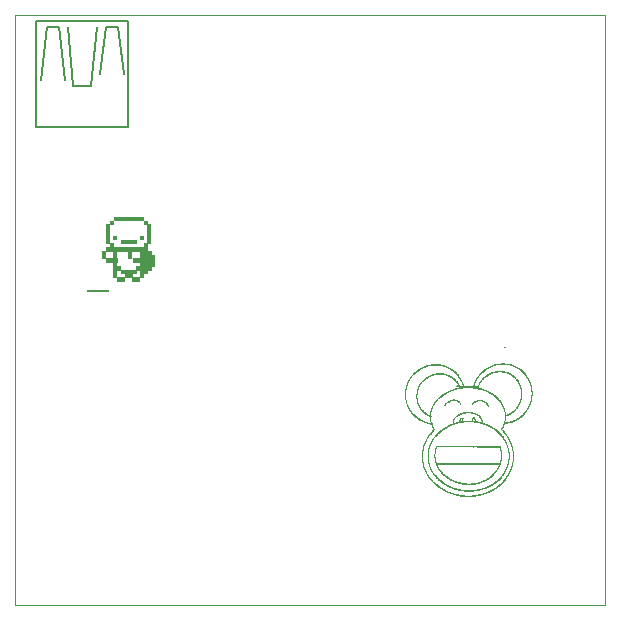
<source format=gbo>
G75*
%MOIN*%
%OFA0B0*%
%FSLAX25Y25*%
%IPPOS*%
%LPD*%
%AMOC8*
5,1,8,0,0,1.08239X$1,22.5*
%
%ADD10C,0.00000*%
%ADD11R,0.02205X0.00079*%
%ADD12R,0.04094X0.00079*%
%ADD13R,0.05197X0.00079*%
%ADD14R,0.02126X0.00079*%
%ADD15R,0.01654X0.00079*%
%ADD16R,0.01575X0.00079*%
%ADD17R,0.01417X0.00079*%
%ADD18R,0.01339X0.00079*%
%ADD19R,0.01260X0.00079*%
%ADD20R,0.01181X0.00079*%
%ADD21R,0.01024X0.00079*%
%ADD22R,0.00945X0.00079*%
%ADD23R,0.00866X0.00079*%
%ADD24R,0.00787X0.00079*%
%ADD25R,0.00709X0.00079*%
%ADD26R,0.00630X0.00079*%
%ADD27R,0.00551X0.00079*%
%ADD28R,0.03386X0.00079*%
%ADD29R,0.04646X0.00079*%
%ADD30R,0.05591X0.00079*%
%ADD31R,0.00472X0.00079*%
%ADD32R,0.01102X0.00079*%
%ADD33R,0.00394X0.00079*%
%ADD34R,0.00315X0.00079*%
%ADD35R,0.01890X0.00079*%
%ADD36R,0.04488X0.00079*%
%ADD37R,0.01496X0.00079*%
%ADD38R,0.00236X0.00079*%
%ADD39R,0.21417X0.00079*%
%ADD40R,0.21496X0.00079*%
%ADD41R,0.00079X0.00079*%
%ADD42R,0.07795X0.00079*%
%ADD43R,0.19449X0.00079*%
%ADD44R,0.21260X0.00079*%
%ADD45R,0.14961X0.00079*%
%ADD46R,0.04882X0.00079*%
%ADD47R,0.02598X0.00079*%
%ADD48R,0.02362X0.00079*%
%ADD49R,0.04724X0.00079*%
%ADD50R,0.03780X0.00079*%
%ADD51R,0.01732X0.00079*%
%ADD52R,0.03622X0.00079*%
%ADD53R,0.02992X0.00079*%
%ADD54R,0.02047X0.00079*%
%ADD55R,0.02283X0.00079*%
%ADD56R,0.03858X0.00079*%
%ADD57R,0.03543X0.00079*%
%ADD58R,0.02913X0.00079*%
%ADD59R,0.03307X0.00079*%
%ADD60R,0.02520X0.00079*%
%ADD61R,0.04016X0.00079*%
%ADD62R,0.03150X0.00079*%
%ADD63R,0.01811X0.00079*%
%ADD64R,0.05039X0.00079*%
%ADD65R,0.03701X0.00079*%
%ADD66R,0.06220X0.00079*%
%ADD67R,0.13858X0.00079*%
%ADD68R,0.10079X0.00079*%
%ADD69C,0.00500*%
D10*
X0006560Y0001800D02*
X0006560Y0198650D01*
X0203410Y0198650D01*
X0203410Y0001800D01*
X0006560Y0001800D01*
X0030654Y0106682D02*
X0030654Y0106839D01*
X0030760Y0106839D01*
X0030799Y0106787D02*
X0030799Y0106761D01*
X0030826Y0106761D01*
X0030826Y0106787D01*
X0030799Y0106787D01*
X0030799Y0106708D02*
X0030799Y0106682D01*
X0030826Y0106682D01*
X0030826Y0106708D01*
X0030799Y0106708D01*
X0030872Y0106682D02*
X0030977Y0106839D01*
X0031017Y0106813D02*
X0031017Y0106708D01*
X0031043Y0106682D01*
X0031096Y0106682D01*
X0031122Y0106708D01*
X0031122Y0106761D01*
X0031070Y0106761D01*
X0031122Y0106813D02*
X0031096Y0106839D01*
X0031043Y0106839D01*
X0031017Y0106813D01*
X0031162Y0106787D02*
X0031188Y0106787D01*
X0031188Y0106682D01*
X0031162Y0106682D02*
X0031215Y0106682D01*
X0031285Y0106708D02*
X0031311Y0106682D01*
X0031285Y0106708D02*
X0031285Y0106813D01*
X0031259Y0106787D02*
X0031311Y0106787D01*
X0031355Y0106761D02*
X0031460Y0106761D01*
X0031500Y0106787D02*
X0031500Y0106708D01*
X0031527Y0106682D01*
X0031605Y0106682D01*
X0031605Y0106787D01*
X0031645Y0106787D02*
X0031724Y0106787D01*
X0031750Y0106761D01*
X0031750Y0106708D01*
X0031724Y0106682D01*
X0031645Y0106682D01*
X0031645Y0106839D01*
X0031460Y0106839D02*
X0031460Y0106682D01*
X0031355Y0106682D02*
X0031355Y0106839D01*
X0031188Y0106839D02*
X0031188Y0106866D01*
X0030707Y0106761D02*
X0030654Y0106761D01*
X0031790Y0106682D02*
X0031895Y0106839D01*
X0031935Y0106787D02*
X0031935Y0106708D01*
X0031962Y0106682D01*
X0031988Y0106708D01*
X0032014Y0106682D01*
X0032040Y0106708D01*
X0032040Y0106787D01*
X0032080Y0106761D02*
X0032080Y0106708D01*
X0032107Y0106682D01*
X0032159Y0106682D01*
X0032185Y0106708D01*
X0032185Y0106761D01*
X0032159Y0106787D01*
X0032107Y0106787D01*
X0032080Y0106761D01*
X0032225Y0106787D02*
X0032304Y0106787D01*
X0032330Y0106761D01*
X0032330Y0106682D01*
X0032370Y0106708D02*
X0032397Y0106682D01*
X0032475Y0106682D01*
X0032475Y0106656D02*
X0032475Y0106787D01*
X0032397Y0106787D01*
X0032370Y0106761D01*
X0032370Y0106708D01*
X0032423Y0106629D02*
X0032449Y0106629D01*
X0032475Y0106656D01*
X0032515Y0106682D02*
X0032594Y0106682D01*
X0032620Y0106708D01*
X0032594Y0106734D01*
X0032542Y0106734D01*
X0032515Y0106761D01*
X0032542Y0106787D01*
X0032620Y0106787D01*
X0032660Y0106787D02*
X0032660Y0106708D01*
X0032687Y0106682D01*
X0032713Y0106708D01*
X0032739Y0106682D01*
X0032765Y0106708D01*
X0032765Y0106787D01*
X0032805Y0106656D02*
X0032910Y0106656D01*
X0032950Y0106682D02*
X0032950Y0106839D01*
X0033003Y0106787D01*
X0033055Y0106839D01*
X0033055Y0106682D01*
X0033095Y0106682D02*
X0033200Y0106682D01*
X0033240Y0106761D02*
X0033345Y0106761D01*
X0033385Y0106813D02*
X0033412Y0106839D01*
X0033464Y0106839D01*
X0033490Y0106813D01*
X0033490Y0106787D01*
X0033464Y0106761D01*
X0033490Y0106734D01*
X0033490Y0106708D01*
X0033464Y0106682D01*
X0033412Y0106682D01*
X0033385Y0106708D01*
X0033319Y0106682D02*
X0033319Y0106839D01*
X0033240Y0106761D01*
X0033200Y0106839D02*
X0033095Y0106839D01*
X0033095Y0106682D01*
X0033095Y0106761D02*
X0033148Y0106761D01*
X0033438Y0106761D02*
X0033464Y0106761D01*
X0033530Y0106813D02*
X0033557Y0106839D01*
X0033609Y0106839D01*
X0033635Y0106813D01*
X0033635Y0106787D01*
X0033609Y0106761D01*
X0033635Y0106734D01*
X0033635Y0106708D01*
X0033609Y0106682D01*
X0033557Y0106682D01*
X0033530Y0106708D01*
X0033583Y0106761D02*
X0033609Y0106761D01*
X0033675Y0106656D02*
X0033780Y0106656D01*
X0033820Y0106682D02*
X0033925Y0106787D01*
X0033925Y0106813D01*
X0033899Y0106839D01*
X0033847Y0106839D01*
X0033820Y0106813D01*
X0033820Y0106682D02*
X0033925Y0106682D01*
X0033965Y0106708D02*
X0034070Y0106813D01*
X0034070Y0106708D01*
X0034044Y0106682D01*
X0033992Y0106682D01*
X0033965Y0106708D01*
X0033965Y0106813D01*
X0033992Y0106839D01*
X0034044Y0106839D01*
X0034070Y0106813D01*
X0034110Y0106787D02*
X0034163Y0106839D01*
X0034163Y0106682D01*
X0034215Y0106682D02*
X0034110Y0106682D01*
X0034255Y0106682D02*
X0034255Y0106708D01*
X0034360Y0106813D01*
X0034360Y0106839D01*
X0034255Y0106839D01*
X0034400Y0106682D02*
X0034505Y0106839D01*
X0034545Y0106839D02*
X0034545Y0106682D01*
X0034545Y0106761D02*
X0034651Y0106761D01*
X0034651Y0106839D02*
X0034651Y0106682D01*
X0034690Y0106682D02*
X0034743Y0106734D01*
X0034796Y0106682D01*
X0034796Y0106839D01*
X0034835Y0106813D02*
X0034862Y0106839D01*
X0034914Y0106839D01*
X0034941Y0106813D01*
X0034941Y0106787D01*
X0034835Y0106682D01*
X0034941Y0106682D01*
X0034980Y0106682D02*
X0035086Y0106839D01*
X0035125Y0106839D02*
X0035178Y0106787D01*
X0035231Y0106839D01*
X0035231Y0106682D01*
X0035270Y0106682D02*
X0035376Y0106682D01*
X0035415Y0106761D02*
X0035521Y0106761D01*
X0035560Y0106813D02*
X0035587Y0106839D01*
X0035639Y0106839D01*
X0035666Y0106813D01*
X0035666Y0106787D01*
X0035639Y0106761D01*
X0035666Y0106734D01*
X0035666Y0106708D01*
X0035639Y0106682D01*
X0035587Y0106682D01*
X0035560Y0106708D01*
X0035494Y0106682D02*
X0035494Y0106839D01*
X0035415Y0106761D01*
X0035376Y0106839D02*
X0035270Y0106839D01*
X0035270Y0106682D01*
X0035270Y0106761D02*
X0035323Y0106761D01*
X0035125Y0106839D02*
X0035125Y0106682D01*
X0034690Y0106682D02*
X0034690Y0106839D01*
X0035613Y0106761D02*
X0035639Y0106761D01*
X0035705Y0106813D02*
X0035732Y0106839D01*
X0035784Y0106839D01*
X0035811Y0106813D01*
X0035811Y0106787D01*
X0035784Y0106761D01*
X0035811Y0106734D01*
X0035811Y0106708D01*
X0035784Y0106682D01*
X0035732Y0106682D01*
X0035705Y0106708D01*
X0035758Y0106761D02*
X0035784Y0106761D01*
X0035850Y0106682D02*
X0035956Y0106839D01*
X0035995Y0106813D02*
X0035995Y0106787D01*
X0036022Y0106761D01*
X0036074Y0106761D01*
X0036101Y0106734D01*
X0036101Y0106708D01*
X0036074Y0106682D01*
X0036022Y0106682D01*
X0035995Y0106708D01*
X0035995Y0106813D02*
X0036022Y0106839D01*
X0036074Y0106839D01*
X0036101Y0106813D01*
X0036140Y0106787D02*
X0036167Y0106787D01*
X0036167Y0106682D01*
X0036193Y0106682D02*
X0036140Y0106682D01*
X0036237Y0106682D02*
X0036316Y0106682D01*
X0036342Y0106708D01*
X0036316Y0106734D01*
X0036263Y0106734D01*
X0036237Y0106761D01*
X0036263Y0106787D01*
X0036342Y0106787D01*
X0036382Y0106656D02*
X0036487Y0106656D01*
X0036553Y0106708D02*
X0036580Y0106682D01*
X0036553Y0106708D02*
X0036553Y0106813D01*
X0036527Y0106787D02*
X0036580Y0106787D01*
X0036624Y0106787D02*
X0036624Y0106708D01*
X0036650Y0106682D01*
X0036729Y0106682D01*
X0036729Y0106787D01*
X0036769Y0106787D02*
X0036769Y0106682D01*
X0036769Y0106734D02*
X0036821Y0106787D01*
X0036848Y0106787D01*
X0036890Y0106787D02*
X0036942Y0106787D01*
X0036916Y0106813D02*
X0036916Y0106708D01*
X0036942Y0106682D01*
X0036986Y0106682D02*
X0037039Y0106682D01*
X0037013Y0106682D02*
X0037013Y0106839D01*
X0036986Y0106839D01*
X0037083Y0106761D02*
X0037109Y0106787D01*
X0037162Y0106787D01*
X0037188Y0106761D01*
X0037188Y0106734D01*
X0037083Y0106734D01*
X0037083Y0106708D02*
X0037083Y0106761D01*
X0037083Y0106708D02*
X0037109Y0106682D01*
X0037162Y0106682D01*
X0037228Y0106682D02*
X0037254Y0106682D01*
X0037254Y0106708D01*
X0037228Y0106708D01*
X0037228Y0106682D01*
X0037301Y0106682D02*
X0037379Y0106682D01*
X0037406Y0106708D01*
X0037406Y0106761D01*
X0037379Y0106787D01*
X0037301Y0106787D01*
X0037301Y0106839D02*
X0037301Y0106682D01*
X0037446Y0106682D02*
X0037446Y0106787D01*
X0037472Y0106787D01*
X0037498Y0106761D01*
X0037524Y0106787D01*
X0037551Y0106761D01*
X0037551Y0106682D01*
X0037591Y0106682D02*
X0037669Y0106682D01*
X0037696Y0106708D01*
X0037696Y0106761D01*
X0037669Y0106787D01*
X0037591Y0106787D01*
X0037591Y0106629D01*
X0037498Y0106682D02*
X0037498Y0106761D01*
X0036167Y0106839D02*
X0036167Y0106866D01*
X0032225Y0106787D02*
X0032225Y0106682D01*
X0153489Y0075028D02*
X0153594Y0075028D01*
X0153634Y0074976D02*
X0153634Y0074950D01*
X0153660Y0074950D01*
X0153660Y0074976D01*
X0153634Y0074976D01*
X0153634Y0074897D02*
X0153634Y0074871D01*
X0153660Y0074871D01*
X0153660Y0074897D01*
X0153634Y0074897D01*
X0153707Y0074871D02*
X0153812Y0075028D01*
X0153852Y0075002D02*
X0153852Y0074897D01*
X0153878Y0074871D01*
X0153930Y0074871D01*
X0153957Y0074897D01*
X0153957Y0074950D01*
X0153904Y0074950D01*
X0153852Y0075002D02*
X0153878Y0075028D01*
X0153930Y0075028D01*
X0153957Y0075002D01*
X0153997Y0074976D02*
X0154023Y0074976D01*
X0154023Y0074871D01*
X0153997Y0074871D02*
X0154049Y0074871D01*
X0154120Y0074897D02*
X0154146Y0074871D01*
X0154120Y0074897D02*
X0154120Y0075002D01*
X0154146Y0074976D02*
X0154093Y0074976D01*
X0154023Y0075028D02*
X0154023Y0075055D01*
X0154190Y0075028D02*
X0154190Y0074871D01*
X0154190Y0074950D02*
X0154295Y0074950D01*
X0154335Y0074976D02*
X0154335Y0074897D01*
X0154361Y0074871D01*
X0154440Y0074871D01*
X0154440Y0074976D01*
X0154480Y0074976D02*
X0154559Y0074976D01*
X0154585Y0074950D01*
X0154585Y0074897D01*
X0154559Y0074871D01*
X0154480Y0074871D01*
X0154480Y0075028D01*
X0154295Y0075028D02*
X0154295Y0074871D01*
X0154625Y0074871D02*
X0154730Y0075028D01*
X0154770Y0074976D02*
X0154770Y0074897D01*
X0154796Y0074871D01*
X0154823Y0074897D01*
X0154849Y0074871D01*
X0154875Y0074897D01*
X0154875Y0074976D01*
X0154915Y0074950D02*
X0154915Y0074897D01*
X0154941Y0074871D01*
X0154994Y0074871D01*
X0155020Y0074897D01*
X0155020Y0074950D01*
X0154994Y0074976D01*
X0154941Y0074976D01*
X0154915Y0074950D01*
X0155060Y0074976D02*
X0155139Y0074976D01*
X0155165Y0074950D01*
X0155165Y0074871D01*
X0155205Y0074897D02*
X0155231Y0074871D01*
X0155310Y0074871D01*
X0155310Y0074845D02*
X0155310Y0074976D01*
X0155231Y0074976D01*
X0155205Y0074950D01*
X0155205Y0074897D01*
X0155258Y0074818D02*
X0155284Y0074818D01*
X0155310Y0074845D01*
X0155350Y0074871D02*
X0155429Y0074871D01*
X0155455Y0074897D01*
X0155429Y0074923D01*
X0155376Y0074923D01*
X0155350Y0074950D01*
X0155376Y0074976D01*
X0155455Y0074976D01*
X0155495Y0074976D02*
X0155495Y0074897D01*
X0155521Y0074871D01*
X0155548Y0074897D01*
X0155574Y0074871D01*
X0155600Y0074897D01*
X0155600Y0074976D01*
X0155640Y0074845D02*
X0155745Y0074845D01*
X0155785Y0074871D02*
X0155785Y0075028D01*
X0155838Y0074976D01*
X0155890Y0075028D01*
X0155890Y0074871D01*
X0155930Y0074871D02*
X0156035Y0074871D01*
X0156075Y0074950D02*
X0156180Y0074950D01*
X0156220Y0075002D02*
X0156246Y0075028D01*
X0156299Y0075028D01*
X0156325Y0075002D01*
X0156325Y0074976D01*
X0156299Y0074950D01*
X0156325Y0074923D01*
X0156325Y0074897D01*
X0156299Y0074871D01*
X0156246Y0074871D01*
X0156220Y0074897D01*
X0156154Y0074871D02*
X0156154Y0075028D01*
X0156075Y0074950D01*
X0156035Y0075028D02*
X0155930Y0075028D01*
X0155930Y0074871D01*
X0155930Y0074950D02*
X0155983Y0074950D01*
X0156273Y0074950D02*
X0156299Y0074950D01*
X0156365Y0075002D02*
X0156391Y0075028D01*
X0156444Y0075028D01*
X0156470Y0075002D01*
X0156470Y0074976D01*
X0156444Y0074950D01*
X0156470Y0074923D01*
X0156470Y0074897D01*
X0156444Y0074871D01*
X0156391Y0074871D01*
X0156365Y0074897D01*
X0156418Y0074950D02*
X0156444Y0074950D01*
X0156510Y0074845D02*
X0156615Y0074845D01*
X0156655Y0074871D02*
X0156760Y0074976D01*
X0156760Y0075002D01*
X0156734Y0075028D01*
X0156681Y0075028D01*
X0156655Y0075002D01*
X0156655Y0074871D02*
X0156760Y0074871D01*
X0156800Y0074897D02*
X0156905Y0075002D01*
X0156905Y0074897D01*
X0156879Y0074871D01*
X0156826Y0074871D01*
X0156800Y0074897D01*
X0156800Y0075002D01*
X0156826Y0075028D01*
X0156879Y0075028D01*
X0156905Y0075002D01*
X0156945Y0074976D02*
X0156998Y0075028D01*
X0156998Y0074871D01*
X0157050Y0074871D02*
X0156945Y0074871D01*
X0157090Y0074871D02*
X0157090Y0074897D01*
X0157195Y0075002D01*
X0157195Y0075028D01*
X0157090Y0075028D01*
X0157235Y0074871D02*
X0157340Y0075028D01*
X0157380Y0075028D02*
X0157380Y0074871D01*
X0157380Y0074950D02*
X0157485Y0074950D01*
X0157485Y0075028D02*
X0157485Y0074871D01*
X0157525Y0074871D02*
X0157578Y0074923D01*
X0157630Y0074871D01*
X0157630Y0075028D01*
X0157670Y0075002D02*
X0157696Y0075028D01*
X0157749Y0075028D01*
X0157775Y0075002D01*
X0157775Y0074976D01*
X0157670Y0074871D01*
X0157775Y0074871D01*
X0157815Y0074871D02*
X0157920Y0075028D01*
X0157960Y0075028D02*
X0158013Y0074976D01*
X0158065Y0075028D01*
X0158065Y0074871D01*
X0158105Y0074871D02*
X0158210Y0074871D01*
X0158250Y0074950D02*
X0158355Y0074950D01*
X0158395Y0075002D02*
X0158421Y0075028D01*
X0158474Y0075028D01*
X0158500Y0075002D01*
X0158500Y0074976D01*
X0158474Y0074950D01*
X0158500Y0074923D01*
X0158500Y0074897D01*
X0158474Y0074871D01*
X0158421Y0074871D01*
X0158395Y0074897D01*
X0158329Y0074871D02*
X0158329Y0075028D01*
X0158250Y0074950D01*
X0158210Y0075028D02*
X0158105Y0075028D01*
X0158105Y0074871D01*
X0158105Y0074950D02*
X0158158Y0074950D01*
X0157960Y0075028D02*
X0157960Y0074871D01*
X0157525Y0074871D02*
X0157525Y0075028D01*
X0158448Y0074950D02*
X0158474Y0074950D01*
X0158540Y0075002D02*
X0158566Y0075028D01*
X0158619Y0075028D01*
X0158645Y0075002D01*
X0158645Y0074976D01*
X0158619Y0074950D01*
X0158645Y0074923D01*
X0158645Y0074897D01*
X0158619Y0074871D01*
X0158566Y0074871D01*
X0158540Y0074897D01*
X0158593Y0074950D02*
X0158619Y0074950D01*
X0158685Y0074871D02*
X0158790Y0075028D01*
X0158856Y0074976D02*
X0158830Y0074950D01*
X0158830Y0074897D01*
X0158856Y0074871D01*
X0158935Y0074871D01*
X0158975Y0074897D02*
X0159001Y0074871D01*
X0159080Y0074871D01*
X0159080Y0074845D02*
X0159054Y0074818D01*
X0159028Y0074818D01*
X0159080Y0074845D02*
X0159080Y0074976D01*
X0159120Y0074976D02*
X0159199Y0074976D01*
X0159225Y0074950D01*
X0159225Y0074871D01*
X0159265Y0074897D02*
X0159265Y0074950D01*
X0159291Y0074976D01*
X0159370Y0074976D01*
X0159410Y0074976D02*
X0159436Y0074976D01*
X0159436Y0074871D01*
X0159410Y0074871D02*
X0159463Y0074871D01*
X0159507Y0074845D02*
X0159612Y0074845D01*
X0159652Y0074871D02*
X0159652Y0074976D01*
X0159678Y0074976D01*
X0159704Y0074950D01*
X0159731Y0074976D01*
X0159757Y0074950D01*
X0159757Y0074871D01*
X0159797Y0074897D02*
X0159823Y0074871D01*
X0159876Y0074871D01*
X0159902Y0074897D01*
X0159902Y0074950D01*
X0159876Y0074976D01*
X0159823Y0074976D01*
X0159797Y0074950D01*
X0159797Y0074897D01*
X0159704Y0074871D02*
X0159704Y0074950D01*
X0159942Y0074976D02*
X0160021Y0074976D01*
X0160047Y0074950D01*
X0160047Y0074871D01*
X0160087Y0074871D02*
X0160087Y0075028D01*
X0160166Y0074976D02*
X0160087Y0074923D01*
X0160166Y0074871D01*
X0160208Y0074897D02*
X0160208Y0074950D01*
X0160234Y0074976D01*
X0160286Y0074976D01*
X0160313Y0074950D01*
X0160313Y0074923D01*
X0160208Y0074923D01*
X0160208Y0074897D02*
X0160234Y0074871D01*
X0160286Y0074871D01*
X0160353Y0074897D02*
X0160379Y0074871D01*
X0160458Y0074871D01*
X0160458Y0074845D02*
X0160431Y0074818D01*
X0160405Y0074818D01*
X0160458Y0074845D02*
X0160458Y0074976D01*
X0160498Y0074897D02*
X0160524Y0074897D01*
X0160524Y0074871D01*
X0160498Y0074871D01*
X0160498Y0074897D01*
X0160570Y0074871D02*
X0160649Y0074871D01*
X0160675Y0074897D01*
X0160675Y0074950D01*
X0160649Y0074976D01*
X0160570Y0074976D01*
X0160570Y0075028D02*
X0160570Y0074871D01*
X0160715Y0074871D02*
X0160715Y0074976D01*
X0160741Y0074976D01*
X0160768Y0074950D01*
X0160794Y0074976D01*
X0160820Y0074950D01*
X0160820Y0074871D01*
X0160860Y0074871D02*
X0160939Y0074871D01*
X0160965Y0074897D01*
X0160965Y0074950D01*
X0160939Y0074976D01*
X0160860Y0074976D01*
X0160860Y0074818D01*
X0160768Y0074871D02*
X0160768Y0074950D01*
X0160353Y0074976D02*
X0160353Y0074897D01*
X0159942Y0074871D02*
X0159942Y0074976D01*
X0159436Y0075028D02*
X0159436Y0075055D01*
X0159370Y0075028D02*
X0159370Y0074871D01*
X0159291Y0074871D01*
X0159265Y0074897D01*
X0159120Y0074871D02*
X0159120Y0074976D01*
X0158975Y0074976D02*
X0158975Y0074897D01*
X0158935Y0074976D02*
X0158856Y0074976D01*
X0155060Y0074976D02*
X0155060Y0074871D01*
X0153542Y0074950D02*
X0153489Y0074950D01*
X0153489Y0075028D02*
X0153489Y0074871D01*
D11*
X0157780Y0037863D03*
D12*
X0157780Y0037942D03*
D13*
X0157780Y0038020D03*
D14*
X0155694Y0038099D03*
X0159867Y0038099D03*
D15*
X0160418Y0039910D03*
X0155615Y0039910D03*
X0155064Y0038178D03*
X0148371Y0081564D03*
D16*
X0145340Y0081564D03*
X0155340Y0074005D03*
X0157780Y0074320D03*
X0161560Y0069910D03*
X0160458Y0062666D03*
X0155576Y0062666D03*
X0153056Y0069989D03*
X0167072Y0079359D03*
X0160536Y0038178D03*
D17*
X0155103Y0039989D03*
X0154552Y0038257D03*
X0171088Y0062509D03*
X0160694Y0073926D03*
X0154867Y0073926D03*
X0169277Y0082115D03*
D18*
X0168292Y0079595D03*
X0160969Y0062587D03*
X0155064Y0062587D03*
X0155615Y0042194D03*
X0160891Y0039989D03*
X0160969Y0038257D03*
D19*
X0158017Y0039595D03*
X0154158Y0038335D03*
X0162190Y0062351D03*
X0145182Y0062115D03*
X0146757Y0078572D03*
X0149670Y0078572D03*
X0144788Y0081485D03*
X0167308Y0081800D03*
X0171245Y0081800D03*
X0052662Y0115894D03*
X0052662Y0115973D03*
X0052662Y0116052D03*
X0052662Y0116131D03*
X0052662Y0116209D03*
X0052662Y0116288D03*
X0052662Y0116367D03*
X0052662Y0116446D03*
X0052662Y0116524D03*
X0052662Y0116603D03*
X0052662Y0116682D03*
X0052662Y0116761D03*
X0052662Y0116839D03*
X0052662Y0116918D03*
X0052662Y0116997D03*
X0052662Y0117076D03*
X0048883Y0117154D03*
X0048883Y0117233D03*
X0048883Y0117312D03*
X0048883Y0117391D03*
X0048883Y0117469D03*
X0048883Y0117548D03*
X0048883Y0117627D03*
X0048883Y0117706D03*
X0048883Y0117784D03*
X0048883Y0117863D03*
X0048883Y0117942D03*
X0048883Y0118020D03*
X0048883Y0118099D03*
X0048883Y0118178D03*
X0048883Y0118257D03*
X0048883Y0118335D03*
X0048883Y0115816D03*
X0048883Y0115737D03*
X0048883Y0115658D03*
X0048883Y0115580D03*
X0048883Y0115501D03*
X0048883Y0115422D03*
X0048883Y0115343D03*
X0048883Y0115265D03*
X0048883Y0115186D03*
X0048883Y0115107D03*
X0048883Y0115028D03*
X0048883Y0114950D03*
X0048883Y0114871D03*
X0048883Y0114792D03*
X0048883Y0114713D03*
X0048883Y0114635D03*
X0048883Y0112036D03*
X0048883Y0111957D03*
X0048883Y0111879D03*
X0048883Y0111800D03*
X0048883Y0111721D03*
X0048883Y0111643D03*
X0048883Y0111564D03*
X0048883Y0111485D03*
X0048883Y0111406D03*
X0048883Y0111328D03*
X0048883Y0111249D03*
X0048883Y0111170D03*
X0048883Y0111091D03*
X0048883Y0111013D03*
X0048883Y0110934D03*
X0048883Y0110855D03*
X0045103Y0117154D03*
X0045103Y0117233D03*
X0045103Y0117312D03*
X0045103Y0117391D03*
X0045103Y0117469D03*
X0045103Y0117548D03*
X0045103Y0117627D03*
X0045103Y0117706D03*
X0045103Y0117784D03*
X0045103Y0117863D03*
X0045103Y0117942D03*
X0045103Y0118020D03*
X0045103Y0118099D03*
X0045103Y0118178D03*
X0045103Y0118257D03*
X0045103Y0118335D03*
X0045103Y0118414D03*
X0045103Y0118493D03*
X0045103Y0118572D03*
X0045103Y0118650D03*
X0045103Y0118729D03*
X0045103Y0118808D03*
X0045103Y0118887D03*
X0045103Y0118965D03*
X0045103Y0119044D03*
X0045103Y0119123D03*
X0045103Y0119202D03*
X0045103Y0119280D03*
X0045103Y0119359D03*
X0045103Y0119438D03*
X0045103Y0119517D03*
X0045103Y0119595D03*
X0040064Y0119595D03*
X0040064Y0119517D03*
X0040064Y0119438D03*
X0040064Y0119359D03*
X0040064Y0119280D03*
X0040064Y0119202D03*
X0040064Y0119123D03*
X0040064Y0119044D03*
X0040064Y0118965D03*
X0040064Y0118887D03*
X0040064Y0118808D03*
X0040064Y0118729D03*
X0040064Y0118650D03*
X0040064Y0118572D03*
X0040064Y0118493D03*
X0040064Y0118414D03*
X0040064Y0118335D03*
X0040064Y0118257D03*
X0040064Y0118178D03*
X0040064Y0118099D03*
X0040064Y0118020D03*
X0040064Y0117942D03*
X0040064Y0117863D03*
X0040064Y0117784D03*
X0040064Y0117706D03*
X0040064Y0117627D03*
X0040064Y0117548D03*
X0040064Y0117469D03*
X0040064Y0117391D03*
X0040064Y0117312D03*
X0040064Y0117233D03*
X0040064Y0117154D03*
X0040064Y0115816D03*
X0040064Y0115737D03*
X0040064Y0115658D03*
X0040064Y0115580D03*
X0040064Y0115501D03*
X0040064Y0115422D03*
X0040064Y0115343D03*
X0040064Y0115265D03*
X0040064Y0115186D03*
X0040064Y0115107D03*
X0040064Y0115028D03*
X0040064Y0114950D03*
X0040064Y0114871D03*
X0040064Y0114792D03*
X0040064Y0114713D03*
X0040064Y0114635D03*
X0040064Y0113296D03*
X0040064Y0113217D03*
X0040064Y0113139D03*
X0040064Y0113060D03*
X0040064Y0112981D03*
X0040064Y0112902D03*
X0040064Y0112824D03*
X0040064Y0112745D03*
X0040064Y0112666D03*
X0040064Y0112587D03*
X0040064Y0112509D03*
X0040064Y0112430D03*
X0040064Y0112351D03*
X0040064Y0112272D03*
X0040064Y0112194D03*
X0040064Y0112115D03*
X0040064Y0112036D03*
X0040064Y0111957D03*
X0040064Y0111879D03*
X0040064Y0111800D03*
X0040064Y0111721D03*
X0040064Y0111643D03*
X0040064Y0111564D03*
X0040064Y0111485D03*
X0040064Y0111406D03*
X0040064Y0111328D03*
X0040064Y0111249D03*
X0040064Y0111170D03*
X0040064Y0111091D03*
X0040064Y0111013D03*
X0040064Y0110934D03*
X0040064Y0110855D03*
X0036284Y0117154D03*
X0036284Y0117233D03*
X0036284Y0117312D03*
X0036284Y0117391D03*
X0036284Y0117469D03*
X0036284Y0117548D03*
X0036284Y0117627D03*
X0036284Y0117706D03*
X0036284Y0117784D03*
X0036284Y0117863D03*
X0036284Y0117942D03*
X0036284Y0118020D03*
X0036284Y0118099D03*
X0036284Y0118178D03*
X0036284Y0118257D03*
X0036284Y0118335D03*
X0036284Y0118414D03*
X0036284Y0118493D03*
X0036284Y0118572D03*
X0036284Y0118650D03*
X0036284Y0118729D03*
X0036284Y0118808D03*
X0036284Y0118887D03*
X0036284Y0118965D03*
X0036284Y0119044D03*
X0036284Y0119123D03*
X0036284Y0119202D03*
X0036284Y0119280D03*
X0036284Y0119359D03*
X0036284Y0119438D03*
X0036284Y0119517D03*
X0036284Y0119595D03*
X0038804Y0120934D03*
X0038804Y0121013D03*
X0038804Y0121091D03*
X0038804Y0121170D03*
X0038804Y0121249D03*
X0038804Y0121328D03*
X0038804Y0121406D03*
X0038804Y0121485D03*
X0038804Y0121564D03*
X0038804Y0121643D03*
X0038804Y0121721D03*
X0038804Y0121800D03*
X0038804Y0121879D03*
X0038804Y0121957D03*
X0038804Y0122036D03*
X0038804Y0122115D03*
X0037544Y0122194D03*
X0037544Y0122272D03*
X0037544Y0122351D03*
X0037544Y0122430D03*
X0037544Y0122509D03*
X0037544Y0122587D03*
X0037544Y0122666D03*
X0037544Y0122745D03*
X0037544Y0122824D03*
X0037544Y0122902D03*
X0037544Y0122981D03*
X0037544Y0123060D03*
X0037544Y0123139D03*
X0037544Y0123217D03*
X0037544Y0123296D03*
X0037544Y0123375D03*
X0037544Y0123454D03*
X0037544Y0123532D03*
X0037544Y0123611D03*
X0037544Y0123690D03*
X0037544Y0123769D03*
X0037544Y0123847D03*
X0037544Y0123926D03*
X0037544Y0124005D03*
X0037544Y0124083D03*
X0037544Y0124162D03*
X0037544Y0124241D03*
X0037544Y0124320D03*
X0037544Y0124398D03*
X0037544Y0124477D03*
X0037544Y0124556D03*
X0037544Y0124635D03*
X0037544Y0124713D03*
X0037544Y0124792D03*
X0037544Y0124871D03*
X0037544Y0124950D03*
X0037544Y0125028D03*
X0037544Y0125107D03*
X0037544Y0125186D03*
X0037544Y0125265D03*
X0037544Y0125343D03*
X0037544Y0125422D03*
X0037544Y0125501D03*
X0037544Y0125580D03*
X0037544Y0125658D03*
X0037544Y0125737D03*
X0037544Y0125816D03*
X0037544Y0125894D03*
X0037544Y0125973D03*
X0037544Y0126052D03*
X0037544Y0126131D03*
X0037544Y0126209D03*
X0037544Y0126288D03*
X0037544Y0126367D03*
X0037544Y0126446D03*
X0037544Y0126524D03*
X0037544Y0126603D03*
X0037544Y0126682D03*
X0037544Y0126761D03*
X0037544Y0126839D03*
X0037544Y0126918D03*
X0037544Y0126997D03*
X0037544Y0127076D03*
X0037544Y0127154D03*
X0037544Y0127233D03*
X0037544Y0127312D03*
X0037544Y0127391D03*
X0037544Y0127469D03*
X0037544Y0127548D03*
X0037544Y0127627D03*
X0037544Y0127706D03*
X0037544Y0127784D03*
X0037544Y0127863D03*
X0037544Y0127942D03*
X0037544Y0128020D03*
X0037544Y0128099D03*
X0037544Y0128178D03*
X0037544Y0128257D03*
X0037544Y0128335D03*
X0037544Y0128414D03*
X0038804Y0128493D03*
X0038804Y0128572D03*
X0038804Y0128650D03*
X0038804Y0128729D03*
X0038804Y0128808D03*
X0038804Y0128887D03*
X0038804Y0128965D03*
X0038804Y0129044D03*
X0038804Y0129123D03*
X0038804Y0129202D03*
X0038804Y0129280D03*
X0038804Y0129359D03*
X0038804Y0129438D03*
X0038804Y0129517D03*
X0038804Y0129595D03*
X0038804Y0129674D03*
X0040064Y0124635D03*
X0040064Y0124556D03*
X0040064Y0124477D03*
X0040064Y0124398D03*
X0040064Y0124320D03*
X0040064Y0124241D03*
X0040064Y0124162D03*
X0040064Y0124083D03*
X0040064Y0124005D03*
X0040064Y0123926D03*
X0040064Y0123847D03*
X0040064Y0123769D03*
X0040064Y0123690D03*
X0040064Y0123611D03*
X0040064Y0123532D03*
X0040064Y0123454D03*
X0048883Y0123454D03*
X0048883Y0123532D03*
X0048883Y0123611D03*
X0048883Y0123690D03*
X0048883Y0123769D03*
X0048883Y0123847D03*
X0048883Y0123926D03*
X0048883Y0124005D03*
X0048883Y0124083D03*
X0048883Y0124162D03*
X0048883Y0124241D03*
X0048883Y0124320D03*
X0048883Y0124398D03*
X0048883Y0124477D03*
X0048883Y0124556D03*
X0048883Y0124635D03*
X0051403Y0124635D03*
X0051403Y0124713D03*
X0051403Y0124792D03*
X0051403Y0124871D03*
X0051403Y0124950D03*
X0051403Y0125028D03*
X0051403Y0125107D03*
X0051403Y0125186D03*
X0051403Y0125265D03*
X0051403Y0125343D03*
X0051403Y0125422D03*
X0051403Y0125501D03*
X0051403Y0125580D03*
X0051403Y0125658D03*
X0051403Y0125737D03*
X0051403Y0125816D03*
X0051403Y0125894D03*
X0051403Y0125973D03*
X0051403Y0126052D03*
X0051403Y0126131D03*
X0051403Y0126209D03*
X0051403Y0126288D03*
X0051403Y0126367D03*
X0051403Y0126446D03*
X0051403Y0126524D03*
X0051403Y0126603D03*
X0051403Y0126682D03*
X0051403Y0126761D03*
X0051403Y0126839D03*
X0051403Y0126918D03*
X0051403Y0126997D03*
X0051403Y0127076D03*
X0051403Y0127154D03*
X0051403Y0127233D03*
X0051403Y0127312D03*
X0051403Y0127391D03*
X0051403Y0127469D03*
X0051403Y0127548D03*
X0051403Y0127627D03*
X0051403Y0127706D03*
X0051403Y0127784D03*
X0051403Y0127863D03*
X0051403Y0127942D03*
X0051403Y0128020D03*
X0051403Y0128099D03*
X0051403Y0128178D03*
X0051403Y0128257D03*
X0051403Y0128335D03*
X0051403Y0128414D03*
X0050143Y0128493D03*
X0050143Y0128572D03*
X0050143Y0128650D03*
X0050143Y0128729D03*
X0050143Y0128808D03*
X0050143Y0128887D03*
X0050143Y0128965D03*
X0050143Y0129044D03*
X0050143Y0129123D03*
X0050143Y0129202D03*
X0050143Y0129280D03*
X0050143Y0129359D03*
X0050143Y0129438D03*
X0050143Y0129517D03*
X0050143Y0129595D03*
X0050143Y0129674D03*
X0051403Y0124556D03*
X0051403Y0124477D03*
X0051403Y0124398D03*
X0051403Y0124320D03*
X0051403Y0124241D03*
X0051403Y0124162D03*
X0051403Y0124083D03*
X0051403Y0124005D03*
X0051403Y0123926D03*
X0051403Y0123847D03*
X0051403Y0123769D03*
X0051403Y0123690D03*
X0051403Y0123611D03*
X0051403Y0123532D03*
X0051403Y0123454D03*
X0051403Y0123375D03*
X0051403Y0123296D03*
X0051403Y0123217D03*
X0051403Y0123139D03*
X0051403Y0123060D03*
X0051403Y0122981D03*
X0051403Y0122902D03*
X0051403Y0122824D03*
X0051403Y0122745D03*
X0051403Y0122666D03*
X0051403Y0122587D03*
X0051403Y0122509D03*
X0051403Y0122430D03*
X0051403Y0122351D03*
X0051403Y0122272D03*
X0051403Y0122194D03*
X0050143Y0122115D03*
X0050143Y0122036D03*
X0050143Y0121957D03*
X0050143Y0121879D03*
X0050143Y0121800D03*
X0050143Y0121721D03*
X0050143Y0121643D03*
X0050143Y0121564D03*
X0050143Y0121485D03*
X0050143Y0121406D03*
X0050143Y0121328D03*
X0050143Y0121249D03*
X0050143Y0121170D03*
X0050143Y0121091D03*
X0050143Y0121013D03*
X0050143Y0120934D03*
D20*
X0148922Y0081485D03*
X0154434Y0073847D03*
X0161127Y0073847D03*
X0166560Y0079280D03*
X0170418Y0062351D03*
X0161363Y0062509D03*
X0154670Y0062509D03*
X0160576Y0042272D03*
X0161442Y0038335D03*
X0161757Y0038414D03*
X0154670Y0040068D03*
X0153804Y0038414D03*
D21*
X0153489Y0038493D03*
X0153725Y0040304D03*
X0154355Y0040146D03*
X0154828Y0042351D03*
X0154513Y0042430D03*
X0161678Y0040146D03*
X0161993Y0040225D03*
X0153332Y0062194D03*
X0161757Y0073690D03*
X0166954Y0081721D03*
X0170654Y0065028D03*
X0171836Y0062666D03*
X0150025Y0078493D03*
X0149237Y0081406D03*
X0144434Y0081406D03*
D22*
X0149591Y0081328D03*
X0153450Y0073611D03*
X0153765Y0073690D03*
X0152269Y0069831D03*
X0154001Y0062351D03*
X0153686Y0062272D03*
X0159591Y0065580D03*
X0162347Y0062272D03*
X0162347Y0069753D03*
X0162111Y0073611D03*
X0170300Y0079202D03*
X0171954Y0081643D03*
X0172111Y0062745D03*
X0161245Y0042430D03*
X0162269Y0040304D03*
X0162347Y0038572D03*
X0162111Y0038493D03*
X0154001Y0040225D03*
X0153214Y0038572D03*
X0152899Y0038650D03*
X0145340Y0062036D03*
X0144158Y0062351D03*
D23*
X0143883Y0062430D03*
X0144985Y0064635D03*
X0153174Y0062115D03*
X0155930Y0065580D03*
X0160812Y0069753D03*
X0162387Y0073532D03*
X0166245Y0079202D03*
X0166639Y0081643D03*
X0170576Y0079123D03*
X0172229Y0081564D03*
X0172387Y0062824D03*
X0162544Y0062194D03*
X0153174Y0073532D03*
X0150340Y0078414D03*
X0146088Y0078414D03*
X0144119Y0081328D03*
X0154277Y0042509D03*
X0153489Y0040383D03*
X0161521Y0042509D03*
X0162544Y0040383D03*
X0162780Y0040461D03*
X0163174Y0038808D03*
X0162938Y0038729D03*
X0162702Y0038650D03*
D24*
X0163371Y0038887D03*
X0163056Y0040540D03*
X0162269Y0042745D03*
X0162032Y0042666D03*
X0161796Y0042587D03*
X0154001Y0042587D03*
X0153765Y0042666D03*
X0152977Y0040540D03*
X0152741Y0040619D03*
X0153214Y0040461D03*
X0152662Y0038729D03*
X0152426Y0038808D03*
X0152190Y0038887D03*
X0151954Y0038965D03*
X0152741Y0061957D03*
X0152977Y0062036D03*
X0155733Y0065501D03*
X0153843Y0069831D03*
X0152741Y0073375D03*
X0152505Y0073296D03*
X0152977Y0073454D03*
X0150615Y0078335D03*
X0150300Y0081091D03*
X0150064Y0081170D03*
X0149828Y0081249D03*
X0145812Y0078335D03*
X0145576Y0078257D03*
X0143843Y0081249D03*
X0143607Y0081170D03*
X0143686Y0062509D03*
X0162820Y0062115D03*
X0163056Y0062036D03*
X0163292Y0061957D03*
X0170536Y0064950D03*
X0161560Y0069989D03*
X0162584Y0073454D03*
X0162820Y0073375D03*
X0163056Y0073296D03*
X0165969Y0079123D03*
X0165891Y0081406D03*
X0166127Y0081485D03*
X0166363Y0081564D03*
X0172505Y0081485D03*
D25*
X0172702Y0081406D03*
X0172938Y0081328D03*
X0173095Y0081249D03*
X0170812Y0079044D03*
X0165694Y0079044D03*
X0165536Y0078965D03*
X0165694Y0081328D03*
X0163253Y0073217D03*
X0163489Y0073139D03*
X0162623Y0069674D03*
X0160103Y0065422D03*
X0159867Y0065501D03*
X0159710Y0064005D03*
X0155615Y0063847D03*
X0155458Y0065422D03*
X0152544Y0061879D03*
X0152308Y0061800D03*
X0145064Y0064556D03*
X0143410Y0062587D03*
X0143017Y0062745D03*
X0151993Y0069753D03*
X0153095Y0070068D03*
X0152072Y0073139D03*
X0152308Y0073217D03*
X0150812Y0078257D03*
X0150497Y0081013D03*
X0145379Y0078178D03*
X0143410Y0081091D03*
X0143174Y0081013D03*
X0163489Y0061879D03*
X0163725Y0061800D03*
X0170182Y0062272D03*
X0172623Y0062902D03*
X0172859Y0062981D03*
X0173017Y0063060D03*
X0170969Y0065107D03*
X0162466Y0042824D03*
X0163253Y0040619D03*
X0163489Y0040698D03*
X0163883Y0040855D03*
X0164040Y0039123D03*
X0163804Y0039044D03*
X0163647Y0038965D03*
X0153489Y0042745D03*
X0153332Y0042824D03*
X0153095Y0042902D03*
X0152151Y0040855D03*
X0152308Y0040776D03*
X0152544Y0040698D03*
X0151757Y0039044D03*
X0151521Y0039123D03*
D26*
X0151324Y0039202D03*
X0151166Y0039280D03*
X0150773Y0039438D03*
X0150615Y0039517D03*
X0150458Y0039595D03*
X0150300Y0039674D03*
X0151796Y0041013D03*
X0151954Y0040934D03*
X0152899Y0042981D03*
X0152741Y0043060D03*
X0152584Y0043139D03*
X0162662Y0042902D03*
X0162820Y0042981D03*
X0163056Y0043060D03*
X0163214Y0043139D03*
X0163371Y0043217D03*
X0164237Y0041013D03*
X0164080Y0040934D03*
X0163686Y0040776D03*
X0164395Y0039280D03*
X0164237Y0039202D03*
X0164631Y0039359D03*
X0164788Y0039438D03*
X0164946Y0039517D03*
X0165103Y0039595D03*
X0164237Y0061564D03*
X0164080Y0061643D03*
X0163922Y0061721D03*
X0159670Y0064083D03*
X0160300Y0065343D03*
X0160458Y0065265D03*
X0155576Y0063926D03*
X0155103Y0065265D03*
X0155261Y0065343D03*
X0152111Y0061721D03*
X0151954Y0061643D03*
X0151796Y0061564D03*
X0151403Y0061406D03*
X0151245Y0061328D03*
X0143214Y0062666D03*
X0142820Y0062824D03*
X0142662Y0062902D03*
X0142505Y0062981D03*
X0151009Y0072666D03*
X0151717Y0072981D03*
X0151875Y0073060D03*
X0151560Y0077942D03*
X0151403Y0078020D03*
X0151245Y0078099D03*
X0151009Y0078178D03*
X0150851Y0080855D03*
X0150694Y0080934D03*
X0145182Y0078099D03*
X0142977Y0080934D03*
X0142820Y0080855D03*
X0157938Y0074083D03*
X0163686Y0073060D03*
X0163843Y0072981D03*
X0164237Y0072824D03*
X0164395Y0072745D03*
X0165340Y0078887D03*
X0165340Y0081170D03*
X0165497Y0081249D03*
X0171009Y0078965D03*
X0171166Y0078887D03*
X0171403Y0078808D03*
X0171560Y0078729D03*
X0171717Y0078650D03*
X0173292Y0081170D03*
X0173450Y0081091D03*
X0171166Y0065186D03*
X0173214Y0063139D03*
X0173371Y0063217D03*
D27*
X0173568Y0063296D03*
X0173725Y0063375D03*
X0173883Y0063454D03*
X0174040Y0063532D03*
X0172229Y0065737D03*
X0171836Y0065501D03*
X0171678Y0065422D03*
X0171521Y0065343D03*
X0171363Y0065265D03*
X0170418Y0064871D03*
X0165773Y0060776D03*
X0165379Y0061013D03*
X0165221Y0061091D03*
X0165064Y0061170D03*
X0164906Y0061249D03*
X0164749Y0061328D03*
X0164591Y0061406D03*
X0164434Y0061485D03*
X0160654Y0065186D03*
X0160340Y0069595D03*
X0160497Y0069674D03*
X0162859Y0069595D03*
X0163017Y0069517D03*
X0165536Y0072115D03*
X0164985Y0072430D03*
X0164828Y0072509D03*
X0164670Y0072587D03*
X0164513Y0072666D03*
X0164040Y0072902D03*
X0164277Y0078335D03*
X0164670Y0078572D03*
X0164828Y0078650D03*
X0164985Y0078729D03*
X0165143Y0078808D03*
X0164513Y0080776D03*
X0164670Y0080855D03*
X0164828Y0080934D03*
X0164985Y0081013D03*
X0165143Y0081091D03*
X0173647Y0081013D03*
X0173804Y0080934D03*
X0173962Y0080855D03*
X0174355Y0080619D03*
X0154906Y0065186D03*
X0154277Y0069674D03*
X0154119Y0069753D03*
X0151757Y0069674D03*
X0151599Y0069595D03*
X0150182Y0072194D03*
X0150576Y0072430D03*
X0150733Y0072509D03*
X0150891Y0072587D03*
X0151206Y0072745D03*
X0151363Y0072824D03*
X0151521Y0072902D03*
X0151993Y0077706D03*
X0151678Y0077863D03*
X0151678Y0080461D03*
X0151521Y0080540D03*
X0151363Y0080619D03*
X0151206Y0080698D03*
X0151048Y0080776D03*
X0144985Y0078020D03*
X0144828Y0077942D03*
X0144434Y0077706D03*
X0142623Y0080776D03*
X0142466Y0080698D03*
X0142308Y0080619D03*
X0142151Y0080540D03*
X0141757Y0080304D03*
X0144434Y0064871D03*
X0144591Y0064792D03*
X0144749Y0064713D03*
X0145143Y0064477D03*
X0142308Y0063060D03*
X0142229Y0063139D03*
X0141914Y0063296D03*
X0150654Y0061013D03*
X0150812Y0061091D03*
X0150969Y0061170D03*
X0151127Y0061249D03*
X0151599Y0061485D03*
X0151284Y0043847D03*
X0151678Y0043611D03*
X0152072Y0043375D03*
X0152229Y0043296D03*
X0152387Y0043217D03*
X0151442Y0041170D03*
X0151599Y0041091D03*
X0151284Y0041249D03*
X0151127Y0041328D03*
X0150969Y0041406D03*
X0150812Y0041485D03*
X0150654Y0041564D03*
X0150261Y0041800D03*
X0149158Y0040304D03*
X0149552Y0040068D03*
X0149710Y0039989D03*
X0150025Y0039831D03*
X0150103Y0039753D03*
X0150969Y0039359D03*
X0163568Y0043296D03*
X0163647Y0043375D03*
X0163962Y0043532D03*
X0164119Y0043611D03*
X0165221Y0041485D03*
X0165064Y0041406D03*
X0164906Y0041328D03*
X0164749Y0041249D03*
X0164591Y0041170D03*
X0164434Y0041091D03*
X0165379Y0041564D03*
X0165773Y0041800D03*
X0166796Y0040540D03*
X0166166Y0040146D03*
X0165458Y0039753D03*
X0165300Y0039674D03*
D28*
X0158056Y0039674D03*
X0157899Y0041957D03*
D29*
X0157977Y0039753D03*
X0157741Y0074162D03*
D30*
X0157977Y0039831D03*
D31*
X0163843Y0043454D03*
X0164237Y0043690D03*
X0164395Y0043769D03*
X0164473Y0043847D03*
X0164631Y0043926D03*
X0164867Y0044083D03*
X0165182Y0044320D03*
X0165497Y0044556D03*
X0166836Y0042509D03*
X0166599Y0042351D03*
X0166521Y0042272D03*
X0166363Y0042194D03*
X0166284Y0042115D03*
X0166127Y0042036D03*
X0166048Y0041957D03*
X0165891Y0041879D03*
X0165654Y0041721D03*
X0165497Y0041643D03*
X0166284Y0040225D03*
X0166442Y0040304D03*
X0166521Y0040383D03*
X0166678Y0040461D03*
X0166914Y0040619D03*
X0167151Y0040776D03*
X0167387Y0040934D03*
X0167466Y0041013D03*
X0167702Y0041170D03*
X0166048Y0040068D03*
X0165891Y0039989D03*
X0165733Y0039910D03*
X0165576Y0039831D03*
X0151954Y0043454D03*
X0151796Y0043532D03*
X0151560Y0043690D03*
X0151403Y0043769D03*
X0151166Y0043926D03*
X0150930Y0044083D03*
X0150694Y0044241D03*
X0150615Y0044320D03*
X0150300Y0044556D03*
X0149198Y0042509D03*
X0149513Y0042272D03*
X0149749Y0042115D03*
X0149985Y0041957D03*
X0150143Y0041879D03*
X0150379Y0041721D03*
X0150536Y0041643D03*
X0149434Y0040146D03*
X0149277Y0040225D03*
X0149040Y0040383D03*
X0148883Y0040461D03*
X0148804Y0040540D03*
X0148647Y0040619D03*
X0148410Y0040776D03*
X0148332Y0040855D03*
X0148095Y0041013D03*
X0147780Y0041249D03*
X0148489Y0043060D03*
X0149828Y0039910D03*
X0148489Y0059517D03*
X0148962Y0059910D03*
X0149198Y0060068D03*
X0149277Y0060146D03*
X0149513Y0060304D03*
X0149985Y0060619D03*
X0150143Y0060698D03*
X0150221Y0060776D03*
X0150379Y0060855D03*
X0150536Y0060934D03*
X0154395Y0064871D03*
X0154552Y0064950D03*
X0154631Y0065028D03*
X0154788Y0065107D03*
X0154552Y0069517D03*
X0151481Y0069517D03*
X0151324Y0069438D03*
X0151088Y0069280D03*
X0149434Y0071721D03*
X0149670Y0071879D03*
X0149906Y0072036D03*
X0150064Y0072115D03*
X0150300Y0072272D03*
X0150458Y0072351D03*
X0149119Y0071485D03*
X0148804Y0071249D03*
X0152899Y0077076D03*
X0152584Y0077312D03*
X0152347Y0077469D03*
X0152269Y0077548D03*
X0152111Y0077627D03*
X0151875Y0077784D03*
X0152741Y0079753D03*
X0152426Y0079989D03*
X0152269Y0080068D03*
X0152190Y0080146D03*
X0152032Y0080225D03*
X0151954Y0080304D03*
X0151796Y0080383D03*
X0144710Y0077863D03*
X0144552Y0077784D03*
X0144316Y0077627D03*
X0144158Y0077548D03*
X0143922Y0077391D03*
X0143607Y0077154D03*
X0141639Y0080225D03*
X0141481Y0080146D03*
X0141403Y0080068D03*
X0141166Y0079910D03*
X0140851Y0079674D03*
X0141875Y0080383D03*
X0142032Y0080461D03*
X0143922Y0065186D03*
X0144080Y0065107D03*
X0144158Y0065028D03*
X0144316Y0064950D03*
X0145576Y0061957D03*
X0142032Y0063217D03*
X0141796Y0063375D03*
X0141639Y0063454D03*
X0141403Y0063611D03*
X0141166Y0063769D03*
X0140851Y0064005D03*
X0160773Y0065107D03*
X0160930Y0065028D03*
X0161166Y0064871D03*
X0161481Y0064635D03*
X0163292Y0069359D03*
X0163135Y0069438D03*
X0165418Y0072194D03*
X0165261Y0072272D03*
X0165103Y0072351D03*
X0165654Y0072036D03*
X0165891Y0071879D03*
X0166048Y0071800D03*
X0166127Y0071721D03*
X0166363Y0071564D03*
X0163922Y0078099D03*
X0164158Y0078257D03*
X0164395Y0078414D03*
X0164552Y0078493D03*
X0163450Y0080068D03*
X0163528Y0080146D03*
X0163765Y0080304D03*
X0163843Y0080383D03*
X0164001Y0080461D03*
X0164080Y0080540D03*
X0164237Y0080619D03*
X0164395Y0080698D03*
X0163214Y0079910D03*
X0171875Y0078572D03*
X0172032Y0078493D03*
X0172111Y0078414D03*
X0172269Y0078335D03*
X0172505Y0078178D03*
X0172584Y0078099D03*
X0172820Y0077942D03*
X0174710Y0080383D03*
X0174631Y0080461D03*
X0174473Y0080540D03*
X0174237Y0080698D03*
X0174080Y0080776D03*
X0174867Y0080304D03*
X0175182Y0080068D03*
X0175576Y0079753D03*
X0169906Y0087391D03*
X0172899Y0066209D03*
X0172584Y0065973D03*
X0172347Y0065816D03*
X0172111Y0065658D03*
X0171954Y0065580D03*
X0174158Y0063611D03*
X0174316Y0063690D03*
X0174395Y0063769D03*
X0174552Y0063847D03*
X0174710Y0063926D03*
X0174788Y0064005D03*
X0175025Y0064162D03*
X0175340Y0064398D03*
X0167151Y0059831D03*
X0166836Y0060068D03*
X0166599Y0060225D03*
X0166521Y0060304D03*
X0166284Y0060461D03*
X0166127Y0060540D03*
X0166048Y0060619D03*
X0165891Y0060698D03*
X0165654Y0060855D03*
X0165497Y0060934D03*
D32*
X0161717Y0062430D03*
X0159277Y0065658D03*
X0156284Y0065658D03*
X0154316Y0062430D03*
X0144473Y0062272D03*
X0154080Y0073769D03*
X0146363Y0078493D03*
X0161481Y0073769D03*
X0169985Y0079280D03*
X0171639Y0081721D03*
X0171481Y0062587D03*
X0160930Y0042351D03*
X0161324Y0040068D03*
X0155182Y0042272D03*
X0050143Y0114635D03*
X0050143Y0118335D03*
D33*
X0139552Y0078493D03*
X0139631Y0078572D03*
X0139710Y0078650D03*
X0139788Y0078729D03*
X0139867Y0078808D03*
X0139946Y0078887D03*
X0140025Y0078965D03*
X0140103Y0079044D03*
X0140182Y0079123D03*
X0140261Y0079202D03*
X0140340Y0079280D03*
X0140654Y0079517D03*
X0140733Y0079595D03*
X0140969Y0079753D03*
X0141048Y0079831D03*
X0141284Y0079989D03*
X0143489Y0077076D03*
X0143410Y0076997D03*
X0143332Y0076918D03*
X0143253Y0076839D03*
X0143174Y0076761D03*
X0143095Y0076682D03*
X0142544Y0076131D03*
X0143725Y0077233D03*
X0143804Y0077312D03*
X0144040Y0077469D03*
X0148686Y0071170D03*
X0148607Y0071091D03*
X0148528Y0071013D03*
X0148450Y0070934D03*
X0148371Y0070855D03*
X0148135Y0070698D03*
X0147977Y0070540D03*
X0147899Y0070461D03*
X0147347Y0069831D03*
X0148922Y0071328D03*
X0149001Y0071406D03*
X0149237Y0071564D03*
X0149316Y0071643D03*
X0149552Y0071800D03*
X0149788Y0071957D03*
X0151206Y0069359D03*
X0150891Y0069123D03*
X0150812Y0069044D03*
X0154434Y0069595D03*
X0154670Y0069438D03*
X0154749Y0069359D03*
X0154277Y0064792D03*
X0154198Y0064713D03*
X0154119Y0064635D03*
X0153883Y0064477D03*
X0153804Y0064398D03*
X0155615Y0064005D03*
X0155851Y0063769D03*
X0161048Y0064950D03*
X0161284Y0064792D03*
X0161363Y0064713D03*
X0161599Y0064556D03*
X0161678Y0064477D03*
X0161757Y0064398D03*
X0164119Y0068650D03*
X0164040Y0068729D03*
X0163883Y0068887D03*
X0163804Y0068965D03*
X0163725Y0069044D03*
X0163647Y0069123D03*
X0163489Y0069202D03*
X0163410Y0069280D03*
X0165773Y0071957D03*
X0166245Y0071643D03*
X0166481Y0071485D03*
X0166560Y0071406D03*
X0166639Y0071328D03*
X0166796Y0071249D03*
X0166875Y0071170D03*
X0166954Y0071091D03*
X0167032Y0071013D03*
X0167111Y0070934D03*
X0167347Y0070776D03*
X0167426Y0070698D03*
X0167505Y0070619D03*
X0167584Y0070540D03*
X0168292Y0069753D03*
X0172466Y0065894D03*
X0172702Y0066052D03*
X0172780Y0066131D03*
X0173017Y0066288D03*
X0173095Y0066367D03*
X0173174Y0066446D03*
X0173253Y0066524D03*
X0173332Y0066603D03*
X0173804Y0067076D03*
X0173883Y0067154D03*
X0173962Y0067233D03*
X0176166Y0065107D03*
X0176088Y0065028D03*
X0176009Y0064950D03*
X0176245Y0065186D03*
X0176324Y0065265D03*
X0176403Y0065343D03*
X0175615Y0064635D03*
X0175536Y0064556D03*
X0175458Y0064477D03*
X0175221Y0064320D03*
X0175143Y0064241D03*
X0174906Y0064083D03*
X0169552Y0059595D03*
X0169473Y0059674D03*
X0169395Y0059753D03*
X0168371Y0058729D03*
X0168450Y0058650D03*
X0168528Y0058572D03*
X0168607Y0058493D03*
X0168686Y0058414D03*
X0168765Y0058335D03*
X0169158Y0057863D03*
X0168292Y0058808D03*
X0168214Y0058887D03*
X0168135Y0058965D03*
X0168056Y0059044D03*
X0167977Y0059123D03*
X0167899Y0059202D03*
X0167820Y0059280D03*
X0167741Y0059359D03*
X0167505Y0059517D03*
X0167426Y0059595D03*
X0167347Y0059674D03*
X0167269Y0059753D03*
X0167032Y0059910D03*
X0166954Y0059989D03*
X0166717Y0060146D03*
X0166403Y0060383D03*
X0159867Y0069280D03*
X0159946Y0069359D03*
X0160025Y0069438D03*
X0160182Y0069517D03*
X0154355Y0075501D03*
X0153883Y0076131D03*
X0153804Y0076209D03*
X0153725Y0076288D03*
X0153647Y0076367D03*
X0153332Y0076682D03*
X0153253Y0076761D03*
X0153174Y0076839D03*
X0153095Y0076918D03*
X0153017Y0076997D03*
X0152780Y0077154D03*
X0152702Y0077233D03*
X0152466Y0077391D03*
X0154119Y0078493D03*
X0154198Y0078414D03*
X0154277Y0078335D03*
X0154355Y0078257D03*
X0153568Y0079044D03*
X0153489Y0079123D03*
X0153410Y0079202D03*
X0153332Y0079280D03*
X0153253Y0079359D03*
X0153174Y0079438D03*
X0153017Y0079517D03*
X0152938Y0079595D03*
X0152859Y0079674D03*
X0152623Y0079831D03*
X0152544Y0079910D03*
X0161757Y0078493D03*
X0162387Y0079202D03*
X0162466Y0079280D03*
X0162544Y0079359D03*
X0162938Y0079674D03*
X0163017Y0079753D03*
X0163095Y0079831D03*
X0163332Y0079989D03*
X0163647Y0080225D03*
X0164040Y0078178D03*
X0163804Y0078020D03*
X0163725Y0077942D03*
X0163647Y0077863D03*
X0163489Y0077784D03*
X0163410Y0077706D03*
X0163332Y0077627D03*
X0163253Y0077548D03*
X0163174Y0077469D03*
X0163095Y0077391D03*
X0162780Y0077076D03*
X0162702Y0076997D03*
X0172387Y0078257D03*
X0172702Y0078020D03*
X0172938Y0077863D03*
X0173017Y0077784D03*
X0173095Y0077706D03*
X0173174Y0077627D03*
X0174040Y0076761D03*
X0174277Y0076446D03*
X0176560Y0078808D03*
X0176639Y0078729D03*
X0176717Y0078650D03*
X0176796Y0078572D03*
X0176166Y0079202D03*
X0176088Y0079280D03*
X0176009Y0079359D03*
X0175930Y0079438D03*
X0175851Y0079517D03*
X0175773Y0079595D03*
X0175694Y0079674D03*
X0175458Y0079831D03*
X0175379Y0079910D03*
X0175300Y0079989D03*
X0175064Y0080146D03*
X0174985Y0080225D03*
X0149867Y0060540D03*
X0149631Y0060383D03*
X0149395Y0060225D03*
X0149080Y0059989D03*
X0148843Y0059831D03*
X0148765Y0059753D03*
X0148686Y0059674D03*
X0148607Y0059595D03*
X0148371Y0059438D03*
X0148292Y0059359D03*
X0148214Y0059280D03*
X0148135Y0059202D03*
X0148056Y0059123D03*
X0147977Y0059044D03*
X0147899Y0058965D03*
X0147347Y0058414D03*
X0147269Y0058335D03*
X0146875Y0057863D03*
X0145536Y0059044D03*
X0145221Y0058650D03*
X0146009Y0059595D03*
X0141521Y0063532D03*
X0141284Y0063690D03*
X0141048Y0063847D03*
X0140969Y0063926D03*
X0140733Y0064083D03*
X0140654Y0064162D03*
X0140576Y0064241D03*
X0140182Y0064556D03*
X0140103Y0064635D03*
X0140025Y0064713D03*
X0139946Y0064792D03*
X0139867Y0064871D03*
X0139788Y0064950D03*
X0139710Y0065028D03*
X0139631Y0065107D03*
X0139552Y0065186D03*
X0142544Y0066446D03*
X0142623Y0066367D03*
X0142702Y0066288D03*
X0143174Y0065816D03*
X0143253Y0065737D03*
X0143332Y0065658D03*
X0143410Y0065580D03*
X0143489Y0065501D03*
X0143647Y0065422D03*
X0143725Y0065343D03*
X0143804Y0065265D03*
X0145221Y0064398D03*
X0148528Y0046367D03*
X0148843Y0045973D03*
X0149552Y0045186D03*
X0149946Y0044871D03*
X0150025Y0044792D03*
X0150103Y0044713D03*
X0150182Y0044635D03*
X0150418Y0044477D03*
X0150497Y0044398D03*
X0150812Y0044162D03*
X0151048Y0044005D03*
X0149867Y0042036D03*
X0149631Y0042194D03*
X0149395Y0042351D03*
X0149316Y0042430D03*
X0149080Y0042587D03*
X0149001Y0042666D03*
X0148843Y0042745D03*
X0148765Y0042824D03*
X0148686Y0042902D03*
X0148607Y0042981D03*
X0148371Y0043139D03*
X0148292Y0043217D03*
X0148214Y0043296D03*
X0148135Y0043375D03*
X0148056Y0043454D03*
X0147977Y0043532D03*
X0147899Y0043611D03*
X0147820Y0043690D03*
X0147741Y0043769D03*
X0147662Y0043847D03*
X0147426Y0044083D03*
X0147347Y0044162D03*
X0147269Y0044241D03*
X0146875Y0044713D03*
X0145615Y0043296D03*
X0146166Y0042666D03*
X0146245Y0042587D03*
X0146324Y0042509D03*
X0146481Y0042351D03*
X0146560Y0042272D03*
X0146639Y0042194D03*
X0147032Y0041879D03*
X0147111Y0041800D03*
X0147190Y0041721D03*
X0147269Y0041643D03*
X0147347Y0041564D03*
X0147584Y0041406D03*
X0147662Y0041328D03*
X0147899Y0041170D03*
X0147977Y0041091D03*
X0148214Y0040934D03*
X0148528Y0040698D03*
X0164749Y0044005D03*
X0164985Y0044162D03*
X0165064Y0044241D03*
X0165300Y0044398D03*
X0165379Y0044477D03*
X0165615Y0044635D03*
X0165694Y0044713D03*
X0165773Y0044792D03*
X0165851Y0044871D03*
X0165930Y0044950D03*
X0166717Y0045737D03*
X0166796Y0045816D03*
X0168607Y0044083D03*
X0168528Y0044005D03*
X0168450Y0043926D03*
X0168371Y0043847D03*
X0168292Y0043769D03*
X0168214Y0043690D03*
X0168135Y0043611D03*
X0168056Y0043532D03*
X0167977Y0043454D03*
X0167899Y0043375D03*
X0167820Y0043296D03*
X0167741Y0043217D03*
X0167662Y0043139D03*
X0167505Y0043060D03*
X0167426Y0042981D03*
X0167347Y0042902D03*
X0167269Y0042824D03*
X0167111Y0042745D03*
X0167032Y0042666D03*
X0166954Y0042587D03*
X0166717Y0042430D03*
X0167584Y0041091D03*
X0167820Y0041249D03*
X0167899Y0041328D03*
X0167977Y0041406D03*
X0168135Y0041485D03*
X0168214Y0041564D03*
X0168292Y0041643D03*
X0168371Y0041721D03*
X0168450Y0041800D03*
X0168765Y0042036D03*
X0168843Y0042115D03*
X0168922Y0042194D03*
X0169001Y0042272D03*
X0169080Y0042351D03*
X0169158Y0042430D03*
X0169237Y0042509D03*
X0169316Y0042587D03*
X0169395Y0042666D03*
X0169473Y0042745D03*
X0170025Y0043375D03*
X0168765Y0044241D03*
X0168686Y0044162D03*
X0169158Y0044713D03*
X0167269Y0040855D03*
X0167032Y0040698D03*
D34*
X0168568Y0041879D03*
X0168647Y0041957D03*
X0169513Y0042824D03*
X0169591Y0042902D03*
X0169670Y0042981D03*
X0169749Y0043060D03*
X0169828Y0043139D03*
X0169906Y0043217D03*
X0169985Y0043296D03*
X0170064Y0043454D03*
X0170143Y0043532D03*
X0170221Y0043611D03*
X0170300Y0043690D03*
X0170379Y0043769D03*
X0170379Y0043847D03*
X0170458Y0043926D03*
X0170536Y0044005D03*
X0170615Y0044083D03*
X0170615Y0044162D03*
X0170694Y0044241D03*
X0170773Y0044320D03*
X0170773Y0044398D03*
X0170851Y0044477D03*
X0170930Y0044556D03*
X0170930Y0044635D03*
X0171009Y0044713D03*
X0171088Y0044792D03*
X0171088Y0044871D03*
X0171166Y0044950D03*
X0171245Y0045107D03*
X0171324Y0045186D03*
X0171324Y0045265D03*
X0171403Y0045343D03*
X0171481Y0045501D03*
X0171560Y0045658D03*
X0171639Y0045816D03*
X0171717Y0045973D03*
X0171796Y0046131D03*
X0171875Y0046288D03*
X0171954Y0046446D03*
X0172032Y0046603D03*
X0172032Y0046682D03*
X0172111Y0046839D03*
X0172190Y0047076D03*
X0172269Y0047233D03*
X0172347Y0047469D03*
X0172426Y0047706D03*
X0172426Y0047784D03*
X0172505Y0048020D03*
X0172662Y0048572D03*
X0172662Y0048650D03*
X0172741Y0048965D03*
X0172741Y0049044D03*
X0172820Y0049438D03*
X0172820Y0049517D03*
X0172899Y0050068D03*
X0172899Y0050146D03*
X0171481Y0050146D03*
X0171481Y0050225D03*
X0171403Y0049595D03*
X0171324Y0049202D03*
X0171245Y0048887D03*
X0171245Y0048808D03*
X0171166Y0048572D03*
X0171088Y0048335D03*
X0171009Y0048099D03*
X0171009Y0048020D03*
X0170930Y0047863D03*
X0170851Y0047627D03*
X0170773Y0047469D03*
X0170773Y0047391D03*
X0170694Y0047233D03*
X0170615Y0047076D03*
X0170536Y0046918D03*
X0170458Y0046761D03*
X0170379Y0046603D03*
X0170300Y0046446D03*
X0170221Y0046288D03*
X0170143Y0046209D03*
X0170143Y0046131D03*
X0170064Y0046052D03*
X0169985Y0045894D03*
X0169906Y0045737D03*
X0169828Y0045658D03*
X0169749Y0045580D03*
X0169749Y0045501D03*
X0169670Y0045422D03*
X0169591Y0045343D03*
X0169591Y0045265D03*
X0169513Y0045186D03*
X0169434Y0045107D03*
X0169434Y0045028D03*
X0169355Y0044950D03*
X0169277Y0044871D03*
X0169198Y0044792D03*
X0169119Y0044635D03*
X0169040Y0044556D03*
X0168962Y0044477D03*
X0168883Y0044398D03*
X0168804Y0044320D03*
X0167072Y0046131D03*
X0167151Y0046209D03*
X0167151Y0046288D03*
X0167229Y0046367D03*
X0167308Y0046446D03*
X0167387Y0046603D03*
X0167466Y0046682D03*
X0167544Y0046761D03*
X0167544Y0046839D03*
X0167623Y0046918D03*
X0167702Y0046997D03*
X0167702Y0047076D03*
X0167780Y0047154D03*
X0167859Y0047312D03*
X0167938Y0047469D03*
X0168017Y0047627D03*
X0168095Y0047784D03*
X0168174Y0047942D03*
X0168253Y0048099D03*
X0168332Y0048257D03*
X0168410Y0048493D03*
X0168568Y0048887D03*
X0168647Y0049202D03*
X0168725Y0049438D03*
X0168804Y0049831D03*
X0168883Y0050225D03*
X0168883Y0050304D03*
X0168962Y0051013D03*
X0168962Y0051091D03*
X0168962Y0051170D03*
X0168962Y0051721D03*
X0168962Y0051800D03*
X0168962Y0051879D03*
X0168962Y0051957D03*
X0168962Y0052036D03*
X0168883Y0052666D03*
X0168804Y0053060D03*
X0168804Y0053139D03*
X0168725Y0053454D03*
X0168647Y0053769D03*
X0168568Y0054005D03*
X0168489Y0054241D03*
X0170773Y0055107D03*
X0170773Y0055186D03*
X0170694Y0055343D03*
X0170615Y0055501D03*
X0170536Y0055658D03*
X0170458Y0055816D03*
X0170379Y0055973D03*
X0170300Y0056131D03*
X0170221Y0056288D03*
X0170143Y0056367D03*
X0170143Y0056446D03*
X0170064Y0056524D03*
X0169985Y0056682D03*
X0169906Y0056839D03*
X0169828Y0056918D03*
X0169749Y0057076D03*
X0169670Y0057154D03*
X0169591Y0057312D03*
X0169513Y0057391D03*
X0169434Y0057469D03*
X0169434Y0057548D03*
X0169355Y0057627D03*
X0169277Y0057706D03*
X0169198Y0057784D03*
X0169119Y0057942D03*
X0169040Y0058020D03*
X0168962Y0058099D03*
X0168883Y0058178D03*
X0168804Y0058257D03*
X0170064Y0058965D03*
X0170064Y0059044D03*
X0169985Y0059123D03*
X0169906Y0059202D03*
X0169828Y0059280D03*
X0169749Y0059359D03*
X0169670Y0059438D03*
X0169591Y0059517D03*
X0169355Y0059831D03*
X0169277Y0059910D03*
X0169198Y0059989D03*
X0169119Y0060068D03*
X0169040Y0060146D03*
X0169040Y0060225D03*
X0169040Y0060304D03*
X0169119Y0060383D03*
X0169198Y0060540D03*
X0169277Y0060619D03*
X0169277Y0060698D03*
X0169355Y0060776D03*
X0169434Y0060934D03*
X0169513Y0061091D03*
X0169513Y0061170D03*
X0169591Y0061249D03*
X0169591Y0061328D03*
X0169670Y0061485D03*
X0169749Y0061643D03*
X0169828Y0061879D03*
X0169906Y0062115D03*
X0170064Y0062509D03*
X0170064Y0062666D03*
X0170143Y0063060D03*
X0170221Y0063454D03*
X0170221Y0063532D03*
X0170300Y0064792D03*
X0170221Y0065422D03*
X0170221Y0065501D03*
X0170143Y0065894D03*
X0170143Y0065973D03*
X0170064Y0066288D03*
X0169985Y0066603D03*
X0169906Y0066839D03*
X0169828Y0067076D03*
X0169749Y0067312D03*
X0169670Y0067469D03*
X0169591Y0067706D03*
X0169513Y0067863D03*
X0169434Y0068020D03*
X0169355Y0068178D03*
X0169277Y0068335D03*
X0169198Y0068414D03*
X0169198Y0068493D03*
X0169119Y0068572D03*
X0169040Y0068729D03*
X0168962Y0068808D03*
X0168962Y0068887D03*
X0168883Y0068965D03*
X0168804Y0069044D03*
X0168804Y0069123D03*
X0168725Y0069202D03*
X0168647Y0069280D03*
X0168568Y0069359D03*
X0168568Y0069438D03*
X0168489Y0069517D03*
X0168410Y0069595D03*
X0168332Y0069674D03*
X0168253Y0069831D03*
X0168174Y0069910D03*
X0168095Y0069989D03*
X0168017Y0070068D03*
X0167938Y0070146D03*
X0167859Y0070225D03*
X0167780Y0070304D03*
X0167702Y0070383D03*
X0167623Y0070461D03*
X0167229Y0070855D03*
X0164316Y0068414D03*
X0164237Y0068493D03*
X0164158Y0068572D03*
X0164001Y0068808D03*
X0164473Y0068178D03*
X0161796Y0064320D03*
X0161875Y0064241D03*
X0161954Y0064162D03*
X0162032Y0064083D03*
X0162111Y0064005D03*
X0162190Y0063847D03*
X0162269Y0063769D03*
X0162347Y0063611D03*
X0162426Y0063454D03*
X0162505Y0063296D03*
X0162505Y0063217D03*
X0162584Y0062981D03*
X0162662Y0062587D03*
X0162662Y0062509D03*
X0162662Y0062430D03*
X0160143Y0063454D03*
X0160064Y0063690D03*
X0159985Y0063847D03*
X0159906Y0063926D03*
X0159670Y0064162D03*
X0159434Y0063926D03*
X0159355Y0063847D03*
X0159277Y0063690D03*
X0159198Y0063454D03*
X0159198Y0063375D03*
X0159119Y0062981D03*
X0156048Y0063296D03*
X0156048Y0063375D03*
X0155969Y0063532D03*
X0155891Y0063690D03*
X0155340Y0063769D03*
X0155261Y0063690D03*
X0155182Y0063454D03*
X0155103Y0063217D03*
X0155103Y0063139D03*
X0153765Y0064320D03*
X0153686Y0064241D03*
X0153607Y0064162D03*
X0153528Y0064083D03*
X0153450Y0064005D03*
X0153450Y0063926D03*
X0153371Y0063847D03*
X0153292Y0063769D03*
X0153292Y0063690D03*
X0153214Y0063611D03*
X0153135Y0063454D03*
X0153056Y0063217D03*
X0152977Y0062981D03*
X0152899Y0062509D03*
X0152899Y0062430D03*
X0152899Y0062351D03*
X0152899Y0062272D03*
X0154001Y0064556D03*
X0155418Y0068572D03*
X0155340Y0068729D03*
X0155261Y0068808D03*
X0155182Y0068965D03*
X0155103Y0069044D03*
X0155025Y0069123D03*
X0154946Y0069202D03*
X0154867Y0069280D03*
X0151009Y0069202D03*
X0150694Y0068965D03*
X0150615Y0068887D03*
X0150536Y0068808D03*
X0150458Y0068729D03*
X0150458Y0068650D03*
X0150379Y0068572D03*
X0150300Y0068493D03*
X0150221Y0068414D03*
X0150143Y0068257D03*
X0147859Y0070383D03*
X0147780Y0070304D03*
X0147702Y0070225D03*
X0147623Y0070146D03*
X0147544Y0070068D03*
X0147466Y0069989D03*
X0147387Y0069910D03*
X0147308Y0069753D03*
X0147229Y0069674D03*
X0147151Y0069595D03*
X0147072Y0069517D03*
X0146993Y0069438D03*
X0146993Y0069359D03*
X0146914Y0069280D03*
X0146836Y0069202D03*
X0146757Y0069044D03*
X0146678Y0068965D03*
X0146599Y0068808D03*
X0146521Y0068729D03*
X0146442Y0068572D03*
X0146363Y0068493D03*
X0146363Y0068414D03*
X0146284Y0068335D03*
X0146206Y0068178D03*
X0146127Y0068020D03*
X0146048Y0067863D03*
X0145969Y0067706D03*
X0145891Y0067469D03*
X0145812Y0067312D03*
X0145733Y0067076D03*
X0145654Y0066839D03*
X0145576Y0066603D03*
X0145497Y0066288D03*
X0145418Y0065973D03*
X0145418Y0065894D03*
X0145340Y0065501D03*
X0145340Y0065422D03*
X0145340Y0065343D03*
X0145340Y0063611D03*
X0145340Y0063532D03*
X0145340Y0063454D03*
X0145418Y0063060D03*
X0145497Y0062666D03*
X0145576Y0062430D03*
X0145576Y0062351D03*
X0145733Y0061879D03*
X0145812Y0061721D03*
X0145812Y0061643D03*
X0145891Y0061485D03*
X0145969Y0061328D03*
X0146048Y0061170D03*
X0146048Y0061091D03*
X0146127Y0061013D03*
X0146127Y0060934D03*
X0146206Y0060855D03*
X0146206Y0060776D03*
X0146284Y0060698D03*
X0146363Y0060540D03*
X0146442Y0060383D03*
X0146521Y0060304D03*
X0146521Y0060225D03*
X0146127Y0059753D03*
X0146048Y0059674D03*
X0145969Y0059517D03*
X0145891Y0059438D03*
X0145812Y0059359D03*
X0145733Y0059280D03*
X0145654Y0059202D03*
X0145576Y0059123D03*
X0145497Y0058965D03*
X0145418Y0058887D03*
X0145340Y0058808D03*
X0145261Y0058729D03*
X0145182Y0058572D03*
X0145103Y0058493D03*
X0145025Y0058414D03*
X0144946Y0058257D03*
X0144867Y0058178D03*
X0144788Y0058099D03*
X0144710Y0057942D03*
X0144631Y0057863D03*
X0144631Y0057784D03*
X0144552Y0057706D03*
X0144473Y0057627D03*
X0144473Y0057548D03*
X0144395Y0057469D03*
X0144316Y0057312D03*
X0144237Y0057233D03*
X0144237Y0057154D03*
X0144158Y0057076D03*
X0144080Y0056918D03*
X0144001Y0056761D03*
X0143922Y0056603D03*
X0143843Y0056446D03*
X0143765Y0056288D03*
X0143686Y0056131D03*
X0143607Y0055973D03*
X0143528Y0055737D03*
X0143450Y0055580D03*
X0143371Y0055343D03*
X0143292Y0055186D03*
X0143214Y0054950D03*
X0143214Y0054871D03*
X0143135Y0054713D03*
X0143135Y0054635D03*
X0143056Y0054398D03*
X0142977Y0054083D03*
X0142899Y0053769D03*
X0142820Y0053375D03*
X0142741Y0052902D03*
X0142662Y0052351D03*
X0142662Y0052272D03*
X0142662Y0052194D03*
X0144552Y0052509D03*
X0144631Y0052981D03*
X0144631Y0053060D03*
X0144710Y0053375D03*
X0144710Y0053454D03*
X0144788Y0053769D03*
X0144867Y0054083D03*
X0144946Y0054320D03*
X0145025Y0054556D03*
X0145103Y0054792D03*
X0145182Y0054950D03*
X0145261Y0055186D03*
X0145340Y0055343D03*
X0145418Y0055501D03*
X0145497Y0055658D03*
X0145497Y0055737D03*
X0145576Y0055816D03*
X0145576Y0055894D03*
X0145654Y0056052D03*
X0145733Y0056131D03*
X0145812Y0056288D03*
X0145891Y0056446D03*
X0145969Y0056603D03*
X0146048Y0056682D03*
X0146127Y0056839D03*
X0146206Y0056918D03*
X0146206Y0056997D03*
X0146284Y0057076D03*
X0146363Y0057154D03*
X0146363Y0057233D03*
X0146442Y0057312D03*
X0146521Y0057391D03*
X0146599Y0057469D03*
X0146599Y0057548D03*
X0146678Y0057627D03*
X0146757Y0057706D03*
X0146836Y0057784D03*
X0146914Y0057942D03*
X0146993Y0058020D03*
X0147072Y0058099D03*
X0147151Y0058178D03*
X0147229Y0058257D03*
X0147387Y0058493D03*
X0147466Y0058572D03*
X0147544Y0058650D03*
X0147623Y0058729D03*
X0147702Y0058808D03*
X0147780Y0058887D03*
X0147308Y0054320D03*
X0147229Y0054083D03*
X0147151Y0053847D03*
X0147072Y0053532D03*
X0146993Y0053217D03*
X0146914Y0052824D03*
X0146836Y0052272D03*
X0146836Y0052194D03*
X0146836Y0052115D03*
X0146836Y0050776D03*
X0146836Y0050698D03*
X0146914Y0050146D03*
X0146914Y0050068D03*
X0146993Y0049753D03*
X0147072Y0049359D03*
X0147151Y0049123D03*
X0147229Y0048887D03*
X0147387Y0048493D03*
X0147387Y0048414D03*
X0147466Y0048257D03*
X0147544Y0048020D03*
X0147623Y0047863D03*
X0147702Y0047706D03*
X0147780Y0047548D03*
X0147859Y0047469D03*
X0147859Y0047391D03*
X0147938Y0047312D03*
X0147938Y0047233D03*
X0148017Y0047154D03*
X0148095Y0046997D03*
X0148253Y0046761D03*
X0148332Y0046682D03*
X0148332Y0046603D03*
X0148410Y0046524D03*
X0148489Y0046446D03*
X0148568Y0046288D03*
X0148647Y0046209D03*
X0148725Y0046131D03*
X0148804Y0046052D03*
X0148883Y0045894D03*
X0148962Y0045816D03*
X0149040Y0045737D03*
X0149119Y0045658D03*
X0149198Y0045580D03*
X0149277Y0045501D03*
X0149355Y0045422D03*
X0149434Y0045343D03*
X0149513Y0045265D03*
X0149670Y0045107D03*
X0149749Y0045028D03*
X0149828Y0044950D03*
X0147544Y0043926D03*
X0147466Y0044005D03*
X0147229Y0044320D03*
X0147151Y0044398D03*
X0147072Y0044477D03*
X0146993Y0044556D03*
X0146914Y0044635D03*
X0146836Y0044792D03*
X0146757Y0044871D03*
X0146678Y0044950D03*
X0146599Y0045028D03*
X0146599Y0045107D03*
X0146521Y0045186D03*
X0146442Y0045265D03*
X0146363Y0045343D03*
X0146363Y0045422D03*
X0146284Y0045501D03*
X0146206Y0045580D03*
X0146206Y0045658D03*
X0146127Y0045737D03*
X0146048Y0045894D03*
X0145969Y0045973D03*
X0145969Y0046052D03*
X0145891Y0046131D03*
X0145812Y0046288D03*
X0145733Y0046446D03*
X0145654Y0046603D03*
X0145576Y0046682D03*
X0145497Y0046839D03*
X0145497Y0046918D03*
X0145418Y0047076D03*
X0145340Y0047233D03*
X0145261Y0047391D03*
X0145182Y0047627D03*
X0145103Y0047784D03*
X0145025Y0048020D03*
X0144946Y0048257D03*
X0144867Y0048493D03*
X0144788Y0048808D03*
X0144710Y0049123D03*
X0144710Y0049202D03*
X0144631Y0049517D03*
X0144631Y0049595D03*
X0144552Y0050068D03*
X0144552Y0050146D03*
X0144473Y0051091D03*
X0144473Y0051170D03*
X0144473Y0051249D03*
X0144473Y0051328D03*
X0144473Y0051406D03*
X0144473Y0051485D03*
X0142662Y0050225D03*
X0142662Y0050146D03*
X0142741Y0049517D03*
X0142820Y0049044D03*
X0142899Y0048650D03*
X0142977Y0048335D03*
X0143056Y0048020D03*
X0143135Y0047784D03*
X0143135Y0047706D03*
X0143214Y0047548D03*
X0143214Y0047469D03*
X0143292Y0047312D03*
X0143292Y0047233D03*
X0143371Y0047076D03*
X0143450Y0046839D03*
X0143528Y0046682D03*
X0143607Y0046524D03*
X0143607Y0046446D03*
X0143686Y0046288D03*
X0143765Y0046131D03*
X0143843Y0045973D03*
X0143922Y0045816D03*
X0144001Y0045658D03*
X0144080Y0045501D03*
X0144158Y0045343D03*
X0144237Y0045265D03*
X0144316Y0045107D03*
X0144395Y0044950D03*
X0144473Y0044871D03*
X0144473Y0044792D03*
X0144552Y0044713D03*
X0144631Y0044635D03*
X0144631Y0044556D03*
X0144710Y0044477D03*
X0144788Y0044398D03*
X0144788Y0044320D03*
X0144867Y0044241D03*
X0144946Y0044162D03*
X0145025Y0044083D03*
X0145025Y0044005D03*
X0145103Y0043926D03*
X0145182Y0043847D03*
X0145261Y0043769D03*
X0145261Y0043690D03*
X0145340Y0043611D03*
X0145418Y0043532D03*
X0145497Y0043454D03*
X0145576Y0043375D03*
X0145654Y0043217D03*
X0145733Y0043139D03*
X0145812Y0043060D03*
X0145891Y0042981D03*
X0145969Y0042902D03*
X0146048Y0042824D03*
X0146127Y0042745D03*
X0146442Y0042430D03*
X0146757Y0042115D03*
X0146836Y0042036D03*
X0146914Y0041957D03*
X0147466Y0041485D03*
X0166048Y0045028D03*
X0166127Y0045107D03*
X0166206Y0045186D03*
X0166284Y0045265D03*
X0166363Y0045343D03*
X0166442Y0045422D03*
X0166521Y0045501D03*
X0166599Y0045580D03*
X0166678Y0045658D03*
X0166836Y0045894D03*
X0166914Y0045973D03*
X0166993Y0046052D03*
X0171481Y0052351D03*
X0171481Y0052430D03*
X0171403Y0052902D03*
X0171403Y0052981D03*
X0171324Y0053375D03*
X0171245Y0053690D03*
X0171245Y0053769D03*
X0171166Y0054005D03*
X0171009Y0054556D03*
X0170930Y0054713D03*
X0170851Y0054950D03*
X0172190Y0055343D03*
X0172269Y0055186D03*
X0172347Y0054950D03*
X0172426Y0054713D03*
X0172505Y0054398D03*
X0172584Y0054162D03*
X0172584Y0054083D03*
X0172662Y0053847D03*
X0172741Y0053454D03*
X0172741Y0053375D03*
X0172820Y0052981D03*
X0172899Y0052351D03*
X0172899Y0052272D03*
X0172111Y0055580D03*
X0172032Y0055737D03*
X0172032Y0055816D03*
X0171954Y0055973D03*
X0171875Y0056131D03*
X0171796Y0056288D03*
X0171717Y0056446D03*
X0171639Y0056603D03*
X0171560Y0056761D03*
X0171481Y0056918D03*
X0171403Y0057076D03*
X0171324Y0057154D03*
X0171324Y0057233D03*
X0171245Y0057312D03*
X0171166Y0057469D03*
X0171088Y0057627D03*
X0171009Y0057706D03*
X0170930Y0057863D03*
X0170851Y0057942D03*
X0170773Y0058099D03*
X0170694Y0058178D03*
X0170615Y0058257D03*
X0170615Y0058335D03*
X0170536Y0058414D03*
X0170458Y0058493D03*
X0170379Y0058572D03*
X0170379Y0058650D03*
X0170300Y0058729D03*
X0170221Y0058808D03*
X0170143Y0058887D03*
X0167623Y0059438D03*
X0173450Y0066682D03*
X0173528Y0066761D03*
X0173607Y0066839D03*
X0173686Y0066918D03*
X0173765Y0066997D03*
X0174001Y0067312D03*
X0174080Y0067391D03*
X0174158Y0067469D03*
X0174237Y0067548D03*
X0174237Y0067627D03*
X0174316Y0067706D03*
X0174395Y0067784D03*
X0174473Y0067863D03*
X0174473Y0067942D03*
X0174552Y0068020D03*
X0174631Y0068178D03*
X0174710Y0068257D03*
X0174710Y0068335D03*
X0174788Y0068414D03*
X0174867Y0068572D03*
X0174946Y0068729D03*
X0175025Y0068887D03*
X0175103Y0069044D03*
X0175182Y0069280D03*
X0175261Y0069438D03*
X0175340Y0069674D03*
X0175418Y0069910D03*
X0175497Y0070225D03*
X0175576Y0070540D03*
X0175576Y0070619D03*
X0175654Y0071013D03*
X0175654Y0071091D03*
X0175654Y0072981D03*
X0175654Y0073060D03*
X0175576Y0073532D03*
X0175497Y0073847D03*
X0175418Y0074162D03*
X0175340Y0074398D03*
X0175261Y0074635D03*
X0175182Y0074792D03*
X0175182Y0074871D03*
X0175103Y0075028D03*
X0175025Y0075186D03*
X0174946Y0075343D03*
X0174867Y0075501D03*
X0174788Y0075658D03*
X0174710Y0075816D03*
X0174631Y0075894D03*
X0174552Y0076052D03*
X0174473Y0076209D03*
X0174395Y0076288D03*
X0174316Y0076367D03*
X0174237Y0076524D03*
X0174158Y0076603D03*
X0174080Y0076682D03*
X0174001Y0076839D03*
X0173922Y0076918D03*
X0173843Y0076997D03*
X0173765Y0077076D03*
X0173686Y0077154D03*
X0173607Y0077233D03*
X0173528Y0077312D03*
X0173450Y0077391D03*
X0173371Y0077469D03*
X0173292Y0077548D03*
X0176284Y0079123D03*
X0176363Y0079044D03*
X0176442Y0078965D03*
X0176521Y0078887D03*
X0176836Y0078493D03*
X0176914Y0078414D03*
X0176993Y0078335D03*
X0177072Y0078257D03*
X0177072Y0078178D03*
X0177151Y0078099D03*
X0177229Y0078020D03*
X0177308Y0077942D03*
X0177308Y0077863D03*
X0177387Y0077784D03*
X0177466Y0077706D03*
X0177544Y0077548D03*
X0177623Y0077469D03*
X0177702Y0077312D03*
X0177780Y0077154D03*
X0177859Y0077076D03*
X0177938Y0076918D03*
X0178017Y0076761D03*
X0178095Y0076603D03*
X0178174Y0076446D03*
X0178253Y0076288D03*
X0178332Y0076131D03*
X0178410Y0075973D03*
X0178410Y0075894D03*
X0178489Y0075737D03*
X0178568Y0075501D03*
X0178647Y0075265D03*
X0178725Y0075028D03*
X0178804Y0074792D03*
X0178883Y0074477D03*
X0178962Y0074162D03*
X0178962Y0074083D03*
X0179040Y0073690D03*
X0179119Y0072981D03*
X0179119Y0071406D03*
X0179119Y0071328D03*
X0179040Y0070698D03*
X0179040Y0070619D03*
X0178962Y0070225D03*
X0178883Y0069910D03*
X0178883Y0069831D03*
X0178804Y0069595D03*
X0178725Y0069280D03*
X0178647Y0069044D03*
X0178568Y0068808D03*
X0178489Y0068650D03*
X0178410Y0068414D03*
X0178332Y0068257D03*
X0178332Y0068178D03*
X0178253Y0068099D03*
X0178253Y0068020D03*
X0178174Y0067863D03*
X0178095Y0067706D03*
X0178017Y0067627D03*
X0178017Y0067548D03*
X0177938Y0067469D03*
X0177938Y0067391D03*
X0177859Y0067312D03*
X0177780Y0067154D03*
X0177702Y0066997D03*
X0177623Y0066918D03*
X0177544Y0066761D03*
X0177466Y0066682D03*
X0177387Y0066524D03*
X0177308Y0066446D03*
X0177229Y0066367D03*
X0177151Y0066209D03*
X0177072Y0066131D03*
X0176993Y0066052D03*
X0176914Y0065973D03*
X0176914Y0065894D03*
X0176836Y0065816D03*
X0176757Y0065737D03*
X0176678Y0065658D03*
X0176599Y0065580D03*
X0176521Y0065501D03*
X0176442Y0065422D03*
X0175891Y0064871D03*
X0175812Y0064792D03*
X0175733Y0064713D03*
X0161088Y0074083D03*
X0161166Y0074320D03*
X0161245Y0074556D03*
X0161324Y0074713D03*
X0161324Y0074792D03*
X0161403Y0074950D03*
X0161481Y0075107D03*
X0161560Y0075265D03*
X0161639Y0075422D03*
X0161639Y0075501D03*
X0161717Y0075580D03*
X0161796Y0075737D03*
X0161875Y0075894D03*
X0161954Y0075973D03*
X0162032Y0076131D03*
X0162111Y0076209D03*
X0162111Y0076288D03*
X0162190Y0076367D03*
X0162269Y0076446D03*
X0162347Y0076524D03*
X0162347Y0076603D03*
X0162426Y0076682D03*
X0162505Y0076761D03*
X0162584Y0076839D03*
X0162662Y0076918D03*
X0162820Y0077154D03*
X0162899Y0077233D03*
X0162977Y0077312D03*
X0161717Y0078414D03*
X0161639Y0078335D03*
X0161560Y0078257D03*
X0161481Y0078178D03*
X0161481Y0078099D03*
X0161403Y0078020D03*
X0161324Y0077942D03*
X0161245Y0077863D03*
X0161245Y0077784D03*
X0161166Y0077706D03*
X0161088Y0077627D03*
X0161009Y0077469D03*
X0160930Y0077391D03*
X0160851Y0077233D03*
X0160773Y0077076D03*
X0160694Y0076997D03*
X0160694Y0076918D03*
X0160615Y0076839D03*
X0160536Y0076682D03*
X0160458Y0076524D03*
X0160379Y0076367D03*
X0160300Y0076209D03*
X0160300Y0076131D03*
X0160221Y0075973D03*
X0160143Y0075816D03*
X0160064Y0075580D03*
X0159985Y0075422D03*
X0159985Y0075343D03*
X0159906Y0075186D03*
X0159906Y0075107D03*
X0159828Y0074871D03*
X0159749Y0074556D03*
X0156363Y0074477D03*
X0156284Y0074792D03*
X0156206Y0075028D03*
X0156127Y0075265D03*
X0156048Y0075422D03*
X0155969Y0075658D03*
X0155891Y0075816D03*
X0155812Y0075973D03*
X0155733Y0076131D03*
X0155654Y0076288D03*
X0155576Y0076446D03*
X0155497Y0076603D03*
X0155418Y0076761D03*
X0155340Y0076839D03*
X0155340Y0076918D03*
X0155261Y0076997D03*
X0155182Y0077154D03*
X0155103Y0077233D03*
X0155025Y0077391D03*
X0154946Y0077469D03*
X0154867Y0077548D03*
X0154867Y0077627D03*
X0154788Y0077706D03*
X0154710Y0077784D03*
X0154631Y0077863D03*
X0154631Y0077942D03*
X0154552Y0078020D03*
X0154473Y0078099D03*
X0154395Y0078178D03*
X0154080Y0078572D03*
X0154001Y0078650D03*
X0153922Y0078729D03*
X0153843Y0078808D03*
X0153765Y0078887D03*
X0153686Y0078965D03*
X0153450Y0076603D03*
X0153528Y0076524D03*
X0153607Y0076446D03*
X0153922Y0076052D03*
X0154001Y0075973D03*
X0154080Y0075894D03*
X0154158Y0075816D03*
X0154158Y0075737D03*
X0154237Y0075658D03*
X0154316Y0075580D03*
X0154395Y0075422D03*
X0154473Y0075343D03*
X0154552Y0075186D03*
X0154631Y0075107D03*
X0154631Y0075028D03*
X0154710Y0074950D03*
X0154788Y0074792D03*
X0154867Y0074635D03*
X0154946Y0074477D03*
X0155025Y0074320D03*
X0155103Y0074162D03*
X0159749Y0069202D03*
X0159670Y0069123D03*
X0159591Y0069044D03*
X0159513Y0068965D03*
X0159434Y0068887D03*
X0159355Y0068808D03*
X0159355Y0068729D03*
X0159277Y0068650D03*
X0159198Y0068493D03*
X0161796Y0078572D03*
X0161875Y0078650D03*
X0161954Y0078729D03*
X0162032Y0078808D03*
X0162111Y0078887D03*
X0162190Y0078965D03*
X0162269Y0079044D03*
X0162347Y0079123D03*
X0162662Y0079438D03*
X0162741Y0079517D03*
X0162820Y0079595D03*
X0148253Y0070776D03*
X0148095Y0070619D03*
X0142899Y0066052D03*
X0142977Y0065973D03*
X0143056Y0065894D03*
X0142820Y0066131D03*
X0142741Y0066209D03*
X0142505Y0066524D03*
X0142426Y0066603D03*
X0142347Y0066682D03*
X0142269Y0066761D03*
X0142190Y0066839D03*
X0142190Y0066918D03*
X0142111Y0066997D03*
X0142032Y0067076D03*
X0142032Y0067154D03*
X0141954Y0067233D03*
X0141875Y0067391D03*
X0141796Y0067469D03*
X0141717Y0067627D03*
X0141639Y0067706D03*
X0141639Y0067784D03*
X0141560Y0067942D03*
X0141481Y0068099D03*
X0141403Y0068257D03*
X0141324Y0068414D03*
X0141245Y0068650D03*
X0141166Y0068808D03*
X0141088Y0069044D03*
X0141009Y0069359D03*
X0140930Y0069674D03*
X0140851Y0070068D03*
X0140851Y0070146D03*
X0140773Y0070619D03*
X0140773Y0070698D03*
X0140773Y0071800D03*
X0140773Y0071879D03*
X0140773Y0071957D03*
X0140851Y0072509D03*
X0140930Y0072902D03*
X0141009Y0073217D03*
X0141088Y0073532D03*
X0141166Y0073690D03*
X0141166Y0073769D03*
X0141245Y0073926D03*
X0141324Y0074162D03*
X0141403Y0074320D03*
X0141481Y0074477D03*
X0141481Y0074556D03*
X0141560Y0074635D03*
X0141639Y0074792D03*
X0141717Y0074950D03*
X0141796Y0075107D03*
X0141875Y0075186D03*
X0141954Y0075343D03*
X0142032Y0075501D03*
X0142111Y0075580D03*
X0142190Y0075658D03*
X0142269Y0075737D03*
X0142269Y0075816D03*
X0142347Y0075894D03*
X0142426Y0075973D03*
X0142505Y0076052D03*
X0142584Y0076209D03*
X0142662Y0076288D03*
X0142741Y0076367D03*
X0142820Y0076446D03*
X0142899Y0076524D03*
X0142977Y0076603D03*
X0140458Y0079359D03*
X0140536Y0079438D03*
X0139513Y0078414D03*
X0139434Y0078335D03*
X0139355Y0078257D03*
X0139277Y0078178D03*
X0139198Y0078099D03*
X0139119Y0078020D03*
X0139119Y0077942D03*
X0139040Y0077863D03*
X0138962Y0077784D03*
X0138883Y0077706D03*
X0138883Y0077627D03*
X0138804Y0077548D03*
X0138725Y0077469D03*
X0138647Y0077391D03*
X0138647Y0077312D03*
X0138568Y0077233D03*
X0138489Y0077076D03*
X0138410Y0076997D03*
X0138332Y0076839D03*
X0138253Y0076761D03*
X0138253Y0076682D03*
X0138174Y0076603D03*
X0138095Y0076446D03*
X0138017Y0076288D03*
X0137938Y0076131D03*
X0137859Y0075973D03*
X0137780Y0075737D03*
X0137702Y0075580D03*
X0137623Y0075422D03*
X0137623Y0075343D03*
X0137544Y0075186D03*
X0137466Y0074950D03*
X0137387Y0074713D03*
X0137308Y0074398D03*
X0137229Y0074083D03*
X0137151Y0073769D03*
X0137151Y0073690D03*
X0137072Y0073296D03*
X0137072Y0073217D03*
X0136993Y0072509D03*
X0136993Y0072430D03*
X0136993Y0071170D03*
X0137072Y0070383D03*
X0137151Y0069989D03*
X0137151Y0069910D03*
X0137229Y0069595D03*
X0137308Y0069280D03*
X0137387Y0069044D03*
X0137387Y0068965D03*
X0137466Y0068729D03*
X0137544Y0068493D03*
X0137623Y0068335D03*
X0137702Y0068099D03*
X0137780Y0067942D03*
X0137859Y0067706D03*
X0137938Y0067548D03*
X0138017Y0067391D03*
X0138095Y0067233D03*
X0138174Y0067154D03*
X0138174Y0067076D03*
X0138253Y0066997D03*
X0138332Y0066839D03*
X0138410Y0066682D03*
X0138489Y0066603D03*
X0138568Y0066446D03*
X0138647Y0066367D03*
X0138725Y0066288D03*
X0138725Y0066209D03*
X0138804Y0066131D03*
X0138883Y0066052D03*
X0138962Y0065894D03*
X0139040Y0065816D03*
X0139119Y0065737D03*
X0139119Y0065658D03*
X0139198Y0065580D03*
X0139277Y0065501D03*
X0139355Y0065422D03*
X0139434Y0065343D03*
X0139513Y0065265D03*
X0140300Y0064477D03*
X0140379Y0064398D03*
X0140458Y0064320D03*
D35*
X0148253Y0078808D03*
X0160300Y0074005D03*
X0159591Y0042115D03*
X0157859Y0041879D03*
X0156206Y0042115D03*
D36*
X0157899Y0042036D03*
D37*
X0160182Y0042194D03*
X0170654Y0062430D03*
X0169473Y0079359D03*
X0144985Y0062194D03*
D38*
X0145536Y0062509D03*
X0145536Y0062587D03*
X0145458Y0062745D03*
X0145458Y0062824D03*
X0145458Y0062902D03*
X0145458Y0062981D03*
X0145379Y0063139D03*
X0145379Y0063217D03*
X0145379Y0063296D03*
X0145379Y0063375D03*
X0145300Y0063690D03*
X0145300Y0063769D03*
X0145300Y0063847D03*
X0145300Y0063926D03*
X0145300Y0064005D03*
X0145300Y0064083D03*
X0145300Y0064162D03*
X0145300Y0064241D03*
X0145300Y0064320D03*
X0145300Y0064713D03*
X0145300Y0064792D03*
X0145300Y0064871D03*
X0145300Y0064950D03*
X0145300Y0065028D03*
X0145300Y0065107D03*
X0145300Y0065186D03*
X0145300Y0065265D03*
X0145379Y0065580D03*
X0145379Y0065658D03*
X0145379Y0065737D03*
X0145379Y0065816D03*
X0145458Y0066052D03*
X0145458Y0066131D03*
X0145458Y0066209D03*
X0145536Y0066367D03*
X0145536Y0066446D03*
X0145536Y0066524D03*
X0145615Y0066682D03*
X0145615Y0066761D03*
X0145694Y0066918D03*
X0145694Y0066997D03*
X0145773Y0067154D03*
X0145773Y0067233D03*
X0145851Y0067391D03*
X0145930Y0067548D03*
X0145930Y0067627D03*
X0146009Y0067784D03*
X0146088Y0067942D03*
X0146166Y0068099D03*
X0146245Y0068257D03*
X0146481Y0068650D03*
X0146639Y0068887D03*
X0146796Y0069123D03*
X0150103Y0068178D03*
X0150103Y0068099D03*
X0150182Y0068335D03*
X0155221Y0068887D03*
X0155379Y0068650D03*
X0155458Y0068493D03*
X0159158Y0068414D03*
X0159237Y0068572D03*
X0164355Y0068335D03*
X0164434Y0068257D03*
X0164513Y0068099D03*
X0164513Y0068020D03*
X0169080Y0068650D03*
X0169316Y0068257D03*
X0169395Y0068099D03*
X0169473Y0067942D03*
X0169552Y0067784D03*
X0169631Y0067627D03*
X0169631Y0067548D03*
X0169710Y0067391D03*
X0169788Y0067233D03*
X0169788Y0067154D03*
X0169867Y0066997D03*
X0169867Y0066918D03*
X0169946Y0066761D03*
X0169946Y0066682D03*
X0170025Y0066524D03*
X0170025Y0066446D03*
X0170025Y0066367D03*
X0170103Y0066209D03*
X0170103Y0066131D03*
X0170103Y0066052D03*
X0170182Y0065816D03*
X0170182Y0065737D03*
X0170182Y0065658D03*
X0170182Y0065580D03*
X0170261Y0065343D03*
X0170261Y0065265D03*
X0170261Y0065186D03*
X0170261Y0065107D03*
X0170261Y0064713D03*
X0170261Y0064635D03*
X0170261Y0064556D03*
X0170261Y0064477D03*
X0170261Y0064398D03*
X0170261Y0064320D03*
X0170261Y0064241D03*
X0170261Y0064162D03*
X0170261Y0064083D03*
X0170261Y0064005D03*
X0170261Y0063926D03*
X0170261Y0063847D03*
X0170261Y0063769D03*
X0170261Y0063690D03*
X0170261Y0063611D03*
X0170182Y0063375D03*
X0170182Y0063296D03*
X0170182Y0063217D03*
X0170182Y0063139D03*
X0170103Y0062981D03*
X0170103Y0062902D03*
X0170103Y0062824D03*
X0170103Y0062745D03*
X0170025Y0062587D03*
X0169946Y0062194D03*
X0169867Y0062036D03*
X0169867Y0061957D03*
X0169788Y0061800D03*
X0169788Y0061721D03*
X0169710Y0061564D03*
X0169631Y0061406D03*
X0169473Y0061013D03*
X0169395Y0060855D03*
X0169158Y0060461D03*
X0170812Y0058020D03*
X0170969Y0057784D03*
X0171127Y0057548D03*
X0171206Y0057391D03*
X0171442Y0056997D03*
X0171521Y0056839D03*
X0171599Y0056682D03*
X0171678Y0056524D03*
X0171757Y0056367D03*
X0171836Y0056209D03*
X0171914Y0056052D03*
X0171993Y0055894D03*
X0172072Y0055658D03*
X0172151Y0055501D03*
X0172151Y0055422D03*
X0172229Y0055265D03*
X0172308Y0055107D03*
X0172308Y0055028D03*
X0172387Y0054871D03*
X0172387Y0054792D03*
X0172466Y0054635D03*
X0172466Y0054556D03*
X0172466Y0054477D03*
X0172544Y0054320D03*
X0172544Y0054241D03*
X0172623Y0054005D03*
X0172623Y0053926D03*
X0172702Y0053769D03*
X0172702Y0053690D03*
X0172702Y0053611D03*
X0172702Y0053532D03*
X0172780Y0053296D03*
X0172780Y0053217D03*
X0172780Y0053139D03*
X0172780Y0053060D03*
X0172859Y0052902D03*
X0172859Y0052824D03*
X0172859Y0052745D03*
X0172859Y0052666D03*
X0172859Y0052587D03*
X0172859Y0052509D03*
X0172859Y0052430D03*
X0172938Y0052194D03*
X0172938Y0052115D03*
X0172938Y0052036D03*
X0172938Y0051957D03*
X0172938Y0051879D03*
X0172938Y0051800D03*
X0172938Y0051721D03*
X0172938Y0051643D03*
X0172938Y0051564D03*
X0172938Y0051485D03*
X0172938Y0051406D03*
X0172938Y0051328D03*
X0172938Y0051249D03*
X0172938Y0051170D03*
X0172938Y0051091D03*
X0172938Y0051013D03*
X0172938Y0050934D03*
X0172938Y0050855D03*
X0172938Y0050776D03*
X0172938Y0050698D03*
X0172938Y0050619D03*
X0172938Y0050540D03*
X0172938Y0050461D03*
X0172938Y0050383D03*
X0172938Y0050304D03*
X0172938Y0050225D03*
X0172859Y0049989D03*
X0172859Y0049910D03*
X0172859Y0049831D03*
X0172859Y0049753D03*
X0172859Y0049674D03*
X0172859Y0049595D03*
X0172780Y0049359D03*
X0172780Y0049280D03*
X0172780Y0049202D03*
X0172780Y0049123D03*
X0172702Y0048887D03*
X0172702Y0048808D03*
X0172702Y0048729D03*
X0172623Y0048493D03*
X0172623Y0048414D03*
X0172623Y0048335D03*
X0172544Y0048257D03*
X0172544Y0048178D03*
X0172544Y0048099D03*
X0172466Y0047942D03*
X0172466Y0047863D03*
X0172387Y0047627D03*
X0172387Y0047548D03*
X0172308Y0047391D03*
X0172308Y0047312D03*
X0172229Y0047154D03*
X0172151Y0046997D03*
X0172151Y0046918D03*
X0172072Y0046761D03*
X0171993Y0046524D03*
X0171914Y0046367D03*
X0171836Y0046209D03*
X0171757Y0046052D03*
X0171678Y0045894D03*
X0171599Y0045737D03*
X0171521Y0045580D03*
X0171442Y0045422D03*
X0171206Y0045028D03*
X0169946Y0045816D03*
X0170025Y0045973D03*
X0170261Y0046367D03*
X0170340Y0046524D03*
X0170418Y0046682D03*
X0170497Y0046839D03*
X0170576Y0046997D03*
X0170654Y0047154D03*
X0170733Y0047312D03*
X0170812Y0047548D03*
X0170891Y0047706D03*
X0170891Y0047784D03*
X0170969Y0047942D03*
X0171048Y0048178D03*
X0171048Y0048257D03*
X0171127Y0048414D03*
X0171127Y0048493D03*
X0171206Y0048650D03*
X0171206Y0048729D03*
X0171284Y0048965D03*
X0171284Y0049044D03*
X0171284Y0049123D03*
X0171363Y0049280D03*
X0171363Y0049359D03*
X0171363Y0049438D03*
X0171363Y0049517D03*
X0171442Y0049674D03*
X0171442Y0049753D03*
X0171442Y0049831D03*
X0171442Y0049910D03*
X0171442Y0049989D03*
X0171442Y0050068D03*
X0171521Y0050304D03*
X0171521Y0050383D03*
X0171521Y0050461D03*
X0171521Y0050540D03*
X0171521Y0050619D03*
X0171521Y0050698D03*
X0171521Y0050776D03*
X0171521Y0050855D03*
X0171521Y0050934D03*
X0171521Y0051013D03*
X0171521Y0051091D03*
X0171521Y0051170D03*
X0171521Y0051249D03*
X0171521Y0051328D03*
X0171521Y0051406D03*
X0171521Y0051485D03*
X0171521Y0051564D03*
X0171521Y0051643D03*
X0171521Y0051721D03*
X0171521Y0051800D03*
X0171521Y0051879D03*
X0171521Y0051957D03*
X0171521Y0052036D03*
X0171521Y0052115D03*
X0171521Y0052194D03*
X0171521Y0052272D03*
X0171442Y0052509D03*
X0171442Y0052587D03*
X0171442Y0052666D03*
X0171442Y0052745D03*
X0171442Y0052824D03*
X0171363Y0053060D03*
X0171363Y0053139D03*
X0171363Y0053217D03*
X0171363Y0053296D03*
X0171284Y0053454D03*
X0171284Y0053532D03*
X0171284Y0053611D03*
X0171206Y0053847D03*
X0171206Y0053926D03*
X0171127Y0054083D03*
X0171127Y0054162D03*
X0171127Y0054241D03*
X0171048Y0054320D03*
X0171048Y0054398D03*
X0171048Y0054477D03*
X0170969Y0054635D03*
X0170891Y0054792D03*
X0170891Y0054871D03*
X0170812Y0055028D03*
X0170733Y0055265D03*
X0170654Y0055422D03*
X0170576Y0055580D03*
X0170497Y0055737D03*
X0170418Y0055894D03*
X0170340Y0056052D03*
X0170261Y0056209D03*
X0170025Y0056603D03*
X0169946Y0056761D03*
X0169788Y0056997D03*
X0169631Y0057233D03*
X0168528Y0054162D03*
X0168528Y0054083D03*
X0168607Y0053926D03*
X0168607Y0053847D03*
X0168686Y0053690D03*
X0168686Y0053611D03*
X0168686Y0053532D03*
X0168765Y0053375D03*
X0168765Y0053296D03*
X0168765Y0053217D03*
X0168843Y0052981D03*
X0168843Y0052902D03*
X0168843Y0052824D03*
X0168843Y0052745D03*
X0168922Y0052587D03*
X0168922Y0052509D03*
X0168922Y0052430D03*
X0168922Y0052351D03*
X0168922Y0052272D03*
X0168922Y0052194D03*
X0168922Y0052115D03*
X0169001Y0051643D03*
X0169001Y0051564D03*
X0169001Y0051485D03*
X0169001Y0051406D03*
X0169001Y0051328D03*
X0169001Y0051249D03*
X0168922Y0050934D03*
X0168922Y0050855D03*
X0168922Y0050776D03*
X0168922Y0050698D03*
X0168922Y0050619D03*
X0168922Y0050540D03*
X0168922Y0050461D03*
X0168922Y0050383D03*
X0168843Y0050146D03*
X0168843Y0050068D03*
X0168843Y0049989D03*
X0168843Y0049910D03*
X0168765Y0049753D03*
X0168765Y0049674D03*
X0168765Y0049595D03*
X0168765Y0049517D03*
X0168686Y0049359D03*
X0168686Y0049280D03*
X0168607Y0049123D03*
X0168607Y0049044D03*
X0168607Y0048965D03*
X0168528Y0048808D03*
X0168371Y0048414D03*
X0168371Y0048335D03*
X0168292Y0048178D03*
X0168214Y0048020D03*
X0168135Y0047863D03*
X0168056Y0047706D03*
X0167977Y0047548D03*
X0167899Y0047391D03*
X0167820Y0047233D03*
X0167347Y0046524D03*
X0162623Y0062666D03*
X0162623Y0062745D03*
X0162623Y0062824D03*
X0162623Y0062902D03*
X0162544Y0063060D03*
X0162544Y0063139D03*
X0162466Y0063375D03*
X0162387Y0063532D03*
X0162308Y0063690D03*
X0162151Y0063926D03*
X0160182Y0063375D03*
X0160182Y0063296D03*
X0160182Y0063217D03*
X0160182Y0063139D03*
X0160182Y0063060D03*
X0160182Y0062981D03*
X0160182Y0062902D03*
X0160103Y0063532D03*
X0160103Y0063611D03*
X0160025Y0063769D03*
X0159316Y0063769D03*
X0159237Y0063611D03*
X0159237Y0063532D03*
X0159158Y0063296D03*
X0159158Y0063217D03*
X0159158Y0063139D03*
X0159158Y0063060D03*
X0156088Y0063060D03*
X0156088Y0063139D03*
X0156088Y0063217D03*
X0156088Y0062981D03*
X0156009Y0063454D03*
X0155930Y0063611D03*
X0155221Y0063611D03*
X0155221Y0063532D03*
X0155143Y0063375D03*
X0155143Y0063296D03*
X0155064Y0063060D03*
X0155064Y0062981D03*
X0155064Y0062902D03*
X0155064Y0062824D03*
X0153174Y0063532D03*
X0153095Y0063375D03*
X0153095Y0063296D03*
X0153017Y0063139D03*
X0153017Y0063060D03*
X0152938Y0062902D03*
X0152938Y0062824D03*
X0152938Y0062745D03*
X0152938Y0062666D03*
X0152938Y0062587D03*
X0146403Y0060461D03*
X0146324Y0060619D03*
X0146481Y0060146D03*
X0146403Y0060068D03*
X0146324Y0059989D03*
X0146245Y0059910D03*
X0146166Y0059831D03*
X0146009Y0061249D03*
X0145930Y0061406D03*
X0145851Y0061564D03*
X0145773Y0061800D03*
X0145615Y0062272D03*
X0144985Y0058335D03*
X0144749Y0058020D03*
X0144355Y0057391D03*
X0144119Y0056997D03*
X0144040Y0056839D03*
X0143962Y0056682D03*
X0143883Y0056524D03*
X0143804Y0056367D03*
X0143725Y0056209D03*
X0143647Y0056052D03*
X0143568Y0055894D03*
X0143568Y0055816D03*
X0143489Y0055658D03*
X0143410Y0055501D03*
X0143410Y0055422D03*
X0143332Y0055265D03*
X0143253Y0055107D03*
X0143253Y0055028D03*
X0143174Y0054792D03*
X0143095Y0054556D03*
X0143095Y0054477D03*
X0143017Y0054320D03*
X0143017Y0054241D03*
X0143017Y0054162D03*
X0142938Y0054005D03*
X0142938Y0053926D03*
X0142938Y0053847D03*
X0142859Y0053690D03*
X0142859Y0053611D03*
X0142859Y0053532D03*
X0142859Y0053454D03*
X0142780Y0053296D03*
X0142780Y0053217D03*
X0142780Y0053139D03*
X0142780Y0053060D03*
X0142780Y0052981D03*
X0142702Y0052824D03*
X0142702Y0052745D03*
X0142702Y0052666D03*
X0142702Y0052587D03*
X0142702Y0052509D03*
X0142702Y0052430D03*
X0142623Y0052115D03*
X0142623Y0052036D03*
X0142623Y0051957D03*
X0142623Y0051879D03*
X0142623Y0051800D03*
X0142623Y0051721D03*
X0142623Y0051643D03*
X0142623Y0051564D03*
X0142623Y0051485D03*
X0142623Y0051406D03*
X0142623Y0051328D03*
X0142623Y0051249D03*
X0142623Y0051170D03*
X0142623Y0051091D03*
X0142623Y0051013D03*
X0142623Y0050934D03*
X0142623Y0050855D03*
X0142623Y0050776D03*
X0142623Y0050698D03*
X0142623Y0050619D03*
X0142623Y0050540D03*
X0142623Y0050461D03*
X0142623Y0050383D03*
X0142623Y0050304D03*
X0142702Y0050068D03*
X0142702Y0049989D03*
X0142702Y0049910D03*
X0142702Y0049831D03*
X0142702Y0049753D03*
X0142702Y0049674D03*
X0142702Y0049595D03*
X0142780Y0049438D03*
X0142780Y0049359D03*
X0142780Y0049280D03*
X0142780Y0049202D03*
X0142780Y0049123D03*
X0142859Y0048965D03*
X0142859Y0048887D03*
X0142859Y0048808D03*
X0142859Y0048729D03*
X0142938Y0048572D03*
X0142938Y0048493D03*
X0142938Y0048414D03*
X0143017Y0048257D03*
X0143017Y0048178D03*
X0143017Y0048099D03*
X0143095Y0047942D03*
X0143095Y0047863D03*
X0143174Y0047627D03*
X0143253Y0047391D03*
X0143332Y0047154D03*
X0143410Y0046997D03*
X0143410Y0046918D03*
X0143489Y0046761D03*
X0143568Y0046603D03*
X0143647Y0046367D03*
X0143725Y0046209D03*
X0143804Y0046052D03*
X0143883Y0045894D03*
X0143962Y0045737D03*
X0144040Y0045580D03*
X0144119Y0045422D03*
X0144277Y0045186D03*
X0144355Y0045028D03*
X0146088Y0045816D03*
X0145851Y0046209D03*
X0145773Y0046367D03*
X0145694Y0046524D03*
X0145536Y0046761D03*
X0145458Y0046997D03*
X0145379Y0047154D03*
X0145300Y0047312D03*
X0145221Y0047469D03*
X0145221Y0047548D03*
X0145143Y0047706D03*
X0145064Y0047863D03*
X0145064Y0047942D03*
X0144985Y0048099D03*
X0144985Y0048178D03*
X0144906Y0048335D03*
X0144906Y0048414D03*
X0144828Y0048572D03*
X0144828Y0048650D03*
X0144828Y0048729D03*
X0144749Y0048887D03*
X0144749Y0048965D03*
X0144749Y0049044D03*
X0144670Y0049280D03*
X0144670Y0049359D03*
X0144670Y0049438D03*
X0144591Y0049674D03*
X0144591Y0049753D03*
X0144591Y0049831D03*
X0144591Y0049910D03*
X0144591Y0049989D03*
X0144513Y0050225D03*
X0144513Y0050304D03*
X0144513Y0050383D03*
X0144513Y0050461D03*
X0144513Y0050540D03*
X0144513Y0050619D03*
X0144513Y0050698D03*
X0144513Y0050776D03*
X0144513Y0050855D03*
X0144513Y0050934D03*
X0144513Y0051013D03*
X0144513Y0051564D03*
X0144513Y0051643D03*
X0144513Y0051721D03*
X0144513Y0051800D03*
X0144513Y0051879D03*
X0144513Y0051957D03*
X0144513Y0052036D03*
X0144513Y0052115D03*
X0144513Y0052194D03*
X0144513Y0052272D03*
X0144513Y0052351D03*
X0144513Y0052430D03*
X0144591Y0052587D03*
X0144591Y0052666D03*
X0144591Y0052745D03*
X0144591Y0052824D03*
X0144591Y0052902D03*
X0144670Y0053139D03*
X0144670Y0053217D03*
X0144670Y0053296D03*
X0144749Y0053532D03*
X0144749Y0053611D03*
X0144749Y0053690D03*
X0144828Y0053847D03*
X0144828Y0053926D03*
X0144828Y0054005D03*
X0144906Y0054162D03*
X0144906Y0054241D03*
X0144985Y0054398D03*
X0144985Y0054477D03*
X0145064Y0054635D03*
X0145064Y0054713D03*
X0145143Y0054871D03*
X0145221Y0055028D03*
X0145221Y0055107D03*
X0145300Y0055265D03*
X0145379Y0055422D03*
X0145458Y0055580D03*
X0145615Y0055973D03*
X0145773Y0056209D03*
X0145851Y0056367D03*
X0145930Y0056524D03*
X0146088Y0056761D03*
X0147347Y0054398D03*
X0147269Y0054241D03*
X0147269Y0054162D03*
X0147190Y0054005D03*
X0147190Y0053926D03*
X0147111Y0053769D03*
X0147111Y0053690D03*
X0147111Y0053611D03*
X0147032Y0053454D03*
X0147032Y0053375D03*
X0147032Y0053296D03*
X0146954Y0053139D03*
X0146954Y0053060D03*
X0146954Y0052981D03*
X0146954Y0052902D03*
X0146875Y0052745D03*
X0146875Y0052666D03*
X0146875Y0052587D03*
X0146875Y0052509D03*
X0146875Y0052430D03*
X0146875Y0052351D03*
X0146796Y0052036D03*
X0146796Y0051957D03*
X0146796Y0051879D03*
X0146796Y0051800D03*
X0146796Y0051721D03*
X0146796Y0051643D03*
X0146796Y0051564D03*
X0146796Y0051485D03*
X0146796Y0051406D03*
X0146796Y0051328D03*
X0146796Y0051249D03*
X0146796Y0051170D03*
X0146796Y0051091D03*
X0146796Y0051013D03*
X0146796Y0050934D03*
X0146796Y0050855D03*
X0146875Y0050619D03*
X0146875Y0050540D03*
X0146875Y0050461D03*
X0146875Y0050383D03*
X0146875Y0050304D03*
X0146875Y0050225D03*
X0146954Y0049989D03*
X0146954Y0049910D03*
X0146954Y0049831D03*
X0147032Y0049674D03*
X0147032Y0049595D03*
X0147032Y0049517D03*
X0147032Y0049438D03*
X0147111Y0049280D03*
X0147111Y0049202D03*
X0147190Y0049044D03*
X0147190Y0048965D03*
X0147269Y0048808D03*
X0147426Y0048335D03*
X0147505Y0048178D03*
X0147505Y0048099D03*
X0147584Y0047942D03*
X0147662Y0047784D03*
X0147741Y0047627D03*
X0148056Y0047076D03*
X0148135Y0046918D03*
X0148214Y0046839D03*
X0138922Y0065973D03*
X0138528Y0066524D03*
X0138371Y0066761D03*
X0138292Y0066918D03*
X0138056Y0067312D03*
X0137977Y0067469D03*
X0137899Y0067627D03*
X0137820Y0067784D03*
X0137820Y0067863D03*
X0137741Y0068020D03*
X0137662Y0068178D03*
X0137662Y0068257D03*
X0137584Y0068414D03*
X0137505Y0068572D03*
X0137505Y0068650D03*
X0137426Y0068808D03*
X0137426Y0068887D03*
X0137347Y0069123D03*
X0137347Y0069202D03*
X0137269Y0069359D03*
X0137269Y0069438D03*
X0137269Y0069517D03*
X0137190Y0069674D03*
X0137190Y0069753D03*
X0137190Y0069831D03*
X0137111Y0070068D03*
X0137111Y0070146D03*
X0137111Y0070225D03*
X0137111Y0070304D03*
X0137032Y0070461D03*
X0137032Y0070540D03*
X0137032Y0070619D03*
X0137032Y0070698D03*
X0137032Y0070776D03*
X0137032Y0070855D03*
X0137032Y0070934D03*
X0137032Y0071013D03*
X0137032Y0071091D03*
X0136954Y0071249D03*
X0136954Y0071328D03*
X0136954Y0071406D03*
X0136954Y0071485D03*
X0136954Y0071564D03*
X0136954Y0071643D03*
X0136954Y0071721D03*
X0136954Y0071800D03*
X0136954Y0071879D03*
X0136954Y0071957D03*
X0136954Y0072036D03*
X0136954Y0072115D03*
X0136954Y0072194D03*
X0136954Y0072272D03*
X0136954Y0072351D03*
X0137032Y0072587D03*
X0137032Y0072666D03*
X0137032Y0072745D03*
X0137032Y0072824D03*
X0137032Y0072902D03*
X0137032Y0072981D03*
X0137032Y0073060D03*
X0137032Y0073139D03*
X0137111Y0073375D03*
X0137111Y0073454D03*
X0137111Y0073532D03*
X0137111Y0073611D03*
X0137190Y0073847D03*
X0137190Y0073926D03*
X0137190Y0074005D03*
X0137269Y0074162D03*
X0137269Y0074241D03*
X0137269Y0074320D03*
X0137347Y0074477D03*
X0137347Y0074556D03*
X0137347Y0074635D03*
X0137426Y0074792D03*
X0137426Y0074871D03*
X0137505Y0075028D03*
X0137505Y0075107D03*
X0137584Y0075265D03*
X0137662Y0075501D03*
X0137741Y0075658D03*
X0137820Y0075816D03*
X0137820Y0075894D03*
X0137899Y0076052D03*
X0137977Y0076209D03*
X0138056Y0076367D03*
X0138135Y0076524D03*
X0138371Y0076918D03*
X0138528Y0077154D03*
X0141757Y0075028D03*
X0141678Y0074871D03*
X0141599Y0074713D03*
X0141442Y0074398D03*
X0141363Y0074241D03*
X0141284Y0074083D03*
X0141284Y0074005D03*
X0141206Y0073847D03*
X0141127Y0073611D03*
X0141048Y0073454D03*
X0141048Y0073375D03*
X0141048Y0073296D03*
X0140969Y0073139D03*
X0140969Y0073060D03*
X0140969Y0072981D03*
X0140891Y0072824D03*
X0140891Y0072745D03*
X0140891Y0072666D03*
X0140891Y0072587D03*
X0140812Y0072430D03*
X0140812Y0072351D03*
X0140812Y0072272D03*
X0140812Y0072194D03*
X0140812Y0072115D03*
X0140812Y0072036D03*
X0140733Y0071721D03*
X0140733Y0071643D03*
X0140733Y0071564D03*
X0140733Y0071485D03*
X0140733Y0071406D03*
X0140733Y0071328D03*
X0140733Y0071249D03*
X0140733Y0071170D03*
X0140733Y0071091D03*
X0140733Y0071013D03*
X0140733Y0070934D03*
X0140733Y0070855D03*
X0140733Y0070776D03*
X0140812Y0070540D03*
X0140812Y0070461D03*
X0140812Y0070383D03*
X0140812Y0070304D03*
X0140812Y0070225D03*
X0140891Y0069989D03*
X0140891Y0069910D03*
X0140891Y0069831D03*
X0140891Y0069753D03*
X0140969Y0069595D03*
X0140969Y0069517D03*
X0140969Y0069438D03*
X0141048Y0069280D03*
X0141048Y0069202D03*
X0141048Y0069123D03*
X0141127Y0068965D03*
X0141127Y0068887D03*
X0141206Y0068729D03*
X0141284Y0068572D03*
X0141284Y0068493D03*
X0141363Y0068335D03*
X0141442Y0068178D03*
X0141521Y0068020D03*
X0141599Y0067863D03*
X0141757Y0067548D03*
X0141914Y0067312D03*
X0141914Y0075265D03*
X0141993Y0075422D03*
X0154513Y0075265D03*
X0154749Y0074871D03*
X0154828Y0074713D03*
X0154906Y0074556D03*
X0154985Y0074398D03*
X0155064Y0074241D03*
X0156324Y0074556D03*
X0156324Y0074635D03*
X0156324Y0074713D03*
X0156245Y0074871D03*
X0156245Y0074950D03*
X0156166Y0075107D03*
X0156166Y0075186D03*
X0156088Y0075343D03*
X0156009Y0075501D03*
X0156009Y0075580D03*
X0155930Y0075737D03*
X0155851Y0075894D03*
X0155773Y0076052D03*
X0155694Y0076209D03*
X0155615Y0076367D03*
X0155536Y0076524D03*
X0155458Y0076682D03*
X0155221Y0077076D03*
X0155064Y0077312D03*
X0156403Y0074398D03*
X0156403Y0074320D03*
X0159710Y0074320D03*
X0159710Y0074398D03*
X0159710Y0074477D03*
X0159788Y0074635D03*
X0159788Y0074713D03*
X0159788Y0074792D03*
X0159867Y0074950D03*
X0159867Y0075028D03*
X0159946Y0075265D03*
X0160025Y0075501D03*
X0160103Y0075658D03*
X0160103Y0075737D03*
X0160182Y0075894D03*
X0160261Y0076052D03*
X0160340Y0076288D03*
X0160418Y0076446D03*
X0160497Y0076603D03*
X0160576Y0076761D03*
X0160812Y0077154D03*
X0160891Y0077312D03*
X0161048Y0077548D03*
X0161993Y0076052D03*
X0161836Y0075816D03*
X0161757Y0075658D03*
X0161599Y0075343D03*
X0161521Y0075186D03*
X0161442Y0075028D03*
X0161363Y0074871D03*
X0161284Y0074635D03*
X0161206Y0074477D03*
X0161206Y0074398D03*
X0161127Y0074241D03*
X0161127Y0074162D03*
X0174513Y0076131D03*
X0174591Y0075973D03*
X0174749Y0075737D03*
X0174828Y0075580D03*
X0174906Y0075422D03*
X0174985Y0075265D03*
X0175064Y0075107D03*
X0175143Y0074950D03*
X0175221Y0074713D03*
X0175300Y0074556D03*
X0175300Y0074477D03*
X0175379Y0074320D03*
X0175379Y0074241D03*
X0175458Y0074083D03*
X0175458Y0074005D03*
X0175458Y0073926D03*
X0175536Y0073769D03*
X0175536Y0073690D03*
X0175536Y0073611D03*
X0175615Y0073454D03*
X0175615Y0073375D03*
X0175615Y0073296D03*
X0175615Y0073217D03*
X0175615Y0073139D03*
X0175694Y0072902D03*
X0175694Y0072824D03*
X0175694Y0072745D03*
X0175694Y0072666D03*
X0175694Y0072587D03*
X0175694Y0072509D03*
X0175694Y0072430D03*
X0175694Y0072351D03*
X0175694Y0072272D03*
X0175694Y0072194D03*
X0175694Y0072115D03*
X0175694Y0072036D03*
X0175694Y0071957D03*
X0175694Y0071879D03*
X0175694Y0071800D03*
X0175694Y0071721D03*
X0175694Y0071643D03*
X0175694Y0071564D03*
X0175694Y0071485D03*
X0175694Y0071406D03*
X0175694Y0071328D03*
X0175694Y0071249D03*
X0175694Y0071170D03*
X0175615Y0070934D03*
X0175615Y0070855D03*
X0175615Y0070776D03*
X0175615Y0070698D03*
X0175536Y0070461D03*
X0175536Y0070383D03*
X0175536Y0070304D03*
X0175458Y0070146D03*
X0175458Y0070068D03*
X0175458Y0069989D03*
X0175379Y0069831D03*
X0175379Y0069753D03*
X0175300Y0069595D03*
X0175300Y0069517D03*
X0175221Y0069359D03*
X0175143Y0069202D03*
X0175143Y0069123D03*
X0175064Y0068965D03*
X0174985Y0068808D03*
X0174906Y0068650D03*
X0174828Y0068493D03*
X0174591Y0068099D03*
X0177190Y0066288D03*
X0177426Y0066603D03*
X0177584Y0066839D03*
X0177741Y0067076D03*
X0177820Y0067233D03*
X0178135Y0067784D03*
X0178214Y0067942D03*
X0178371Y0068335D03*
X0178450Y0068493D03*
X0178450Y0068572D03*
X0178528Y0068729D03*
X0178607Y0068887D03*
X0178607Y0068965D03*
X0178686Y0069123D03*
X0178686Y0069202D03*
X0178765Y0069359D03*
X0178765Y0069438D03*
X0178765Y0069517D03*
X0178843Y0069674D03*
X0178843Y0069753D03*
X0178922Y0069989D03*
X0178922Y0070068D03*
X0178922Y0070146D03*
X0179001Y0070304D03*
X0179001Y0070383D03*
X0179001Y0070461D03*
X0179001Y0070540D03*
X0179080Y0070776D03*
X0179080Y0070855D03*
X0179080Y0070934D03*
X0179080Y0071013D03*
X0179080Y0071091D03*
X0179080Y0071170D03*
X0179080Y0071249D03*
X0179158Y0071485D03*
X0179158Y0071564D03*
X0179158Y0071643D03*
X0179158Y0071721D03*
X0179158Y0071800D03*
X0179158Y0071879D03*
X0179158Y0071957D03*
X0179158Y0072036D03*
X0179158Y0072115D03*
X0179158Y0072194D03*
X0179158Y0072272D03*
X0179158Y0072351D03*
X0179158Y0072430D03*
X0179158Y0072509D03*
X0179158Y0072587D03*
X0179158Y0072666D03*
X0179158Y0072745D03*
X0179158Y0072824D03*
X0179158Y0072902D03*
X0179080Y0073060D03*
X0179080Y0073139D03*
X0179080Y0073217D03*
X0179080Y0073296D03*
X0179080Y0073375D03*
X0179080Y0073454D03*
X0179080Y0073532D03*
X0179080Y0073611D03*
X0179001Y0073769D03*
X0179001Y0073847D03*
X0179001Y0073926D03*
X0179001Y0074005D03*
X0178922Y0074241D03*
X0178922Y0074320D03*
X0178922Y0074398D03*
X0178843Y0074556D03*
X0178843Y0074635D03*
X0178843Y0074713D03*
X0178765Y0074871D03*
X0178765Y0074950D03*
X0178686Y0075107D03*
X0178686Y0075186D03*
X0178607Y0075343D03*
X0178607Y0075422D03*
X0178528Y0075580D03*
X0178528Y0075658D03*
X0178450Y0075816D03*
X0178371Y0076052D03*
X0178292Y0076209D03*
X0178214Y0076367D03*
X0178135Y0076524D03*
X0178056Y0076682D03*
X0177977Y0076839D03*
X0177899Y0076997D03*
X0177741Y0077233D03*
X0177662Y0077391D03*
X0177505Y0077627D03*
D39*
X0157859Y0048572D03*
D40*
X0157899Y0048650D03*
X0157899Y0048729D03*
D41*
X0159473Y0054320D03*
D42*
X0164670Y0054320D03*
D43*
X0158843Y0054398D03*
D44*
X0157859Y0054477D03*
D45*
X0154788Y0054556D03*
D46*
X0149749Y0054635D03*
D47*
X0156245Y0062745D03*
X0156245Y0074083D03*
D48*
X0159670Y0062745D03*
D49*
X0158017Y0062824D03*
D50*
X0157859Y0062902D03*
X0050143Y0118414D03*
X0050143Y0118493D03*
X0050143Y0118572D03*
X0050143Y0118650D03*
X0050143Y0118729D03*
X0050143Y0118808D03*
X0050143Y0118887D03*
X0050143Y0118965D03*
X0050143Y0119044D03*
X0050143Y0119123D03*
X0050143Y0119202D03*
X0050143Y0119280D03*
X0050143Y0119359D03*
X0050143Y0119438D03*
X0050143Y0119517D03*
X0050143Y0119595D03*
X0038804Y0117076D03*
X0038804Y0116997D03*
X0038804Y0116918D03*
X0038804Y0116839D03*
X0038804Y0116761D03*
X0038804Y0116682D03*
X0038804Y0116603D03*
X0038804Y0116524D03*
X0038804Y0116446D03*
X0038804Y0116367D03*
X0038804Y0116288D03*
X0038804Y0116209D03*
X0038804Y0116131D03*
X0038804Y0116052D03*
X0038804Y0115973D03*
X0038804Y0115894D03*
D51*
X0158017Y0062981D03*
X0167859Y0081879D03*
X0170694Y0081879D03*
D52*
X0157780Y0065737D03*
D53*
X0157780Y0065816D03*
X0169355Y0082036D03*
D54*
X0161560Y0069831D03*
X0157780Y0065894D03*
X0153056Y0069910D03*
D55*
X0159473Y0074083D03*
D56*
X0157899Y0074241D03*
X0169316Y0081957D03*
D57*
X0148214Y0078650D03*
D58*
X0148214Y0078729D03*
D59*
X0168253Y0079438D03*
D60*
X0168253Y0079517D03*
X0052032Y0114635D03*
X0049513Y0113296D03*
X0049513Y0113217D03*
X0049513Y0113139D03*
X0049513Y0113060D03*
X0049513Y0112981D03*
X0049513Y0112902D03*
X0049513Y0112824D03*
X0049513Y0112745D03*
X0049513Y0112666D03*
X0049513Y0112587D03*
X0049513Y0112509D03*
X0049513Y0112430D03*
X0049513Y0112351D03*
X0049513Y0112272D03*
X0049513Y0112194D03*
X0049513Y0112115D03*
X0046993Y0110776D03*
X0046993Y0110698D03*
X0046993Y0110619D03*
X0046993Y0110540D03*
X0046993Y0110461D03*
X0046993Y0110383D03*
X0046993Y0110304D03*
X0046993Y0110225D03*
X0046993Y0110146D03*
X0046993Y0110068D03*
X0046993Y0109989D03*
X0046993Y0109910D03*
X0046993Y0109831D03*
X0046993Y0109753D03*
X0046993Y0109674D03*
X0046993Y0109595D03*
X0044473Y0110855D03*
X0044473Y0110934D03*
X0044473Y0111013D03*
X0044473Y0111091D03*
X0044473Y0111170D03*
X0044473Y0111249D03*
X0044473Y0111328D03*
X0044473Y0111406D03*
X0044473Y0111485D03*
X0044473Y0111564D03*
X0044473Y0111643D03*
X0044473Y0111721D03*
X0044473Y0111800D03*
X0044473Y0111879D03*
X0044473Y0111957D03*
X0044473Y0112036D03*
X0041954Y0110776D03*
X0041954Y0110698D03*
X0041954Y0110619D03*
X0041954Y0110540D03*
X0041954Y0110461D03*
X0041954Y0110383D03*
X0041954Y0110304D03*
X0041954Y0110225D03*
X0041954Y0110146D03*
X0041954Y0110068D03*
X0041954Y0109989D03*
X0041954Y0109910D03*
X0041954Y0109831D03*
X0041954Y0109753D03*
X0041954Y0109674D03*
X0041954Y0109595D03*
X0040694Y0113375D03*
X0040694Y0113454D03*
X0040694Y0113532D03*
X0040694Y0113611D03*
X0040694Y0113690D03*
X0040694Y0113769D03*
X0040694Y0113847D03*
X0040694Y0113926D03*
X0040694Y0114005D03*
X0040694Y0114083D03*
X0040694Y0114162D03*
X0040694Y0114241D03*
X0040694Y0114320D03*
X0040694Y0114398D03*
X0040694Y0114477D03*
X0040694Y0114556D03*
X0052032Y0118335D03*
D61*
X0146875Y0081643D03*
D62*
X0146836Y0081721D03*
D63*
X0146875Y0081800D03*
D64*
X0049513Y0113375D03*
X0049513Y0113454D03*
X0049513Y0113532D03*
X0049513Y0113611D03*
X0049513Y0113690D03*
X0049513Y0113769D03*
X0049513Y0113847D03*
X0049513Y0113926D03*
X0049513Y0114005D03*
X0049513Y0114083D03*
X0049513Y0114162D03*
X0049513Y0114241D03*
X0049513Y0114320D03*
X0049513Y0114398D03*
X0049513Y0114477D03*
X0049513Y0114556D03*
X0044473Y0113296D03*
X0044473Y0113217D03*
X0044473Y0113139D03*
X0044473Y0113060D03*
X0044473Y0112981D03*
X0044473Y0112902D03*
X0044473Y0112824D03*
X0044473Y0112745D03*
X0044473Y0112666D03*
X0044473Y0112587D03*
X0044473Y0112509D03*
X0044473Y0112430D03*
X0044473Y0112351D03*
X0044473Y0112272D03*
X0044473Y0112194D03*
X0044473Y0112115D03*
X0044473Y0122194D03*
X0044473Y0122272D03*
X0044473Y0122351D03*
X0044473Y0122430D03*
X0044473Y0122509D03*
X0044473Y0122587D03*
X0044473Y0122666D03*
X0044473Y0122745D03*
X0044473Y0122824D03*
X0044473Y0122902D03*
X0044473Y0122981D03*
X0044473Y0123060D03*
X0044473Y0123139D03*
X0044473Y0123217D03*
X0044473Y0123296D03*
X0044473Y0123375D03*
D65*
X0051442Y0118257D03*
X0051442Y0118178D03*
X0051442Y0118099D03*
X0051442Y0118020D03*
X0051442Y0117942D03*
X0051442Y0117863D03*
X0051442Y0117784D03*
X0051442Y0117706D03*
X0051442Y0117627D03*
X0051442Y0117548D03*
X0051442Y0117469D03*
X0051442Y0117391D03*
X0051442Y0117312D03*
X0051442Y0117233D03*
X0051442Y0117154D03*
X0051442Y0115816D03*
X0051442Y0115737D03*
X0051442Y0115658D03*
X0051442Y0115580D03*
X0051442Y0115501D03*
X0051442Y0115422D03*
X0051442Y0115343D03*
X0051442Y0115265D03*
X0051442Y0115186D03*
X0051442Y0115107D03*
X0051442Y0115028D03*
X0051442Y0114950D03*
X0051442Y0114871D03*
X0051442Y0114792D03*
X0051442Y0114713D03*
D66*
X0048843Y0115894D03*
X0048843Y0115973D03*
X0048843Y0116052D03*
X0048843Y0116131D03*
X0048843Y0116209D03*
X0048843Y0116288D03*
X0048843Y0116367D03*
X0048843Y0116446D03*
X0048843Y0116524D03*
X0048843Y0116603D03*
X0048843Y0116682D03*
X0048843Y0116761D03*
X0048843Y0116839D03*
X0048843Y0116918D03*
X0048843Y0116997D03*
X0048843Y0117076D03*
D67*
X0043843Y0119674D03*
X0043843Y0119753D03*
X0043843Y0119831D03*
X0043843Y0119910D03*
X0043843Y0119989D03*
X0043843Y0120068D03*
X0043843Y0120146D03*
X0043843Y0120225D03*
X0043843Y0120304D03*
X0043843Y0120383D03*
X0043843Y0120461D03*
X0043843Y0120540D03*
X0043843Y0120619D03*
X0043843Y0120698D03*
X0043843Y0120776D03*
X0043843Y0120855D03*
D68*
X0044473Y0129753D03*
X0044473Y0129831D03*
X0044473Y0129910D03*
X0044473Y0129989D03*
X0044473Y0130068D03*
X0044473Y0130146D03*
X0044473Y0130225D03*
X0044473Y0130304D03*
X0044473Y0130383D03*
X0044473Y0130461D03*
X0044473Y0130540D03*
X0044473Y0130619D03*
X0044473Y0130698D03*
X0044473Y0130776D03*
X0044473Y0130855D03*
X0044473Y0130934D03*
D69*
X0044414Y0161131D02*
X0013706Y0161131D01*
X0013706Y0196564D01*
X0044414Y0196564D01*
X0044414Y0161131D01*
X0032013Y0174910D02*
X0026107Y0174910D01*
X0024139Y0194595D01*
X0021186Y0194595D02*
X0023154Y0176879D01*
X0015280Y0176879D02*
X0017249Y0194595D01*
X0021186Y0194595D01*
X0033981Y0194595D02*
X0032013Y0174910D01*
X0034966Y0178847D02*
X0036934Y0194595D01*
X0040871Y0194595D01*
X0042840Y0178847D01*
M02*

</source>
